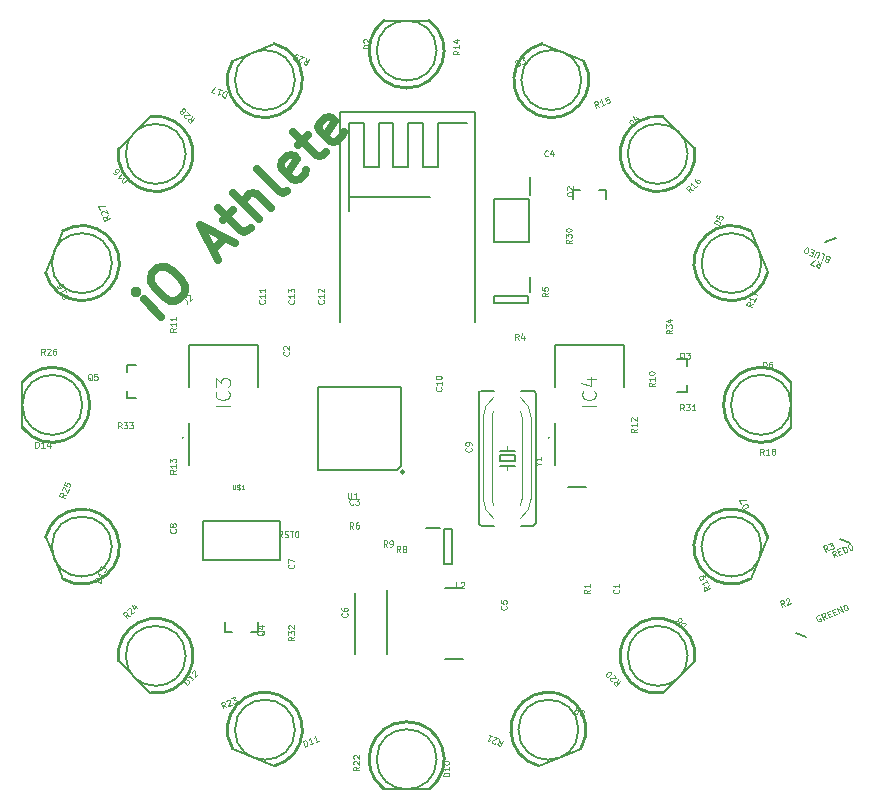
<source format=gbr>
%TF.GenerationSoftware,KiCad,Pcbnew,(6.0.4-0)*%
%TF.CreationDate,2022-11-18T01:13:12+01:00*%
%TF.ProjectId,iO_Atletehe_rev1,694f5f41-746c-4657-9465-68655f726576,rev?*%
%TF.SameCoordinates,Original*%
%TF.FileFunction,Legend,Top*%
%TF.FilePolarity,Positive*%
%FSLAX46Y46*%
G04 Gerber Fmt 4.6, Leading zero omitted, Abs format (unit mm)*
G04 Created by KiCad (PCBNEW (6.0.4-0)) date 2022-11-18 01:13:12*
%MOMM*%
%LPD*%
G01*
G04 APERTURE LIST*
%ADD10C,0.647700*%
%ADD11C,0.121920*%
%ADD12C,0.097536*%
%ADD13C,0.150000*%
%ADD14C,0.093472*%
%ADD15C,0.029911*%
%ADD16C,0.203200*%
%ADD17C,0.200000*%
%ADD18C,0.254000*%
%ADD19C,0.152400*%
%ADD20C,0.127000*%
%ADD21C,0.050800*%
G04 APERTURE END LIST*
D10*
X127724716Y-97567023D02*
X126233993Y-96076300D01*
X125488632Y-95330939D02*
X125488632Y-95543900D01*
X125701592Y-95543900D01*
X125701592Y-95330939D01*
X125488632Y-95330939D01*
X125701592Y-95543900D01*
X126979354Y-93840217D02*
X127405275Y-93414296D01*
X127724716Y-93307816D01*
X128150636Y-93307816D01*
X128683037Y-93627256D01*
X129428399Y-94372618D01*
X129747839Y-94905018D01*
X129747839Y-95330939D01*
X129641359Y-95650380D01*
X129215438Y-96076300D01*
X128895998Y-96182781D01*
X128470077Y-96182781D01*
X127937676Y-95863340D01*
X127192315Y-95117979D01*
X126872874Y-94585578D01*
X126872874Y-94159657D01*
X126979354Y-93840217D01*
X132090403Y-91923573D02*
X133155205Y-90858772D01*
X132516324Y-92775415D02*
X131025601Y-89793970D01*
X134007046Y-91284692D01*
X132942245Y-89368049D02*
X133794086Y-88516208D01*
X132516324Y-88303247D02*
X134432967Y-90219891D01*
X134752408Y-90326371D01*
X135071848Y-90219891D01*
X135284808Y-90006930D01*
X136030170Y-89261569D02*
X133794086Y-87025485D01*
X136988491Y-88303247D02*
X135817209Y-87131965D01*
X135497769Y-87025485D01*
X135178328Y-87131965D01*
X134858888Y-87451406D01*
X134752408Y-87770846D01*
X134752408Y-87983807D01*
X138372734Y-86919005D02*
X138053293Y-87025485D01*
X137733853Y-86919005D01*
X135817209Y-85002362D01*
X139969936Y-85108842D02*
X139863456Y-85428282D01*
X139437535Y-85854203D01*
X139118095Y-85960683D01*
X138798654Y-85854203D01*
X137946813Y-85002362D01*
X137840333Y-84682921D01*
X137946813Y-84363481D01*
X138372734Y-83937560D01*
X138692174Y-83831080D01*
X139011615Y-83937560D01*
X139224575Y-84150520D01*
X138372734Y-85428282D01*
X139331055Y-82979238D02*
X140182897Y-82127397D01*
X138905135Y-81914437D02*
X140821778Y-83831080D01*
X141141218Y-83937560D01*
X141460659Y-83831080D01*
X141673619Y-83618119D01*
X143164342Y-81914437D02*
X143057862Y-82233877D01*
X142631941Y-82659798D01*
X142312500Y-82766278D01*
X141993060Y-82659798D01*
X141141218Y-81807956D01*
X141034738Y-81488516D01*
X141141218Y-81169075D01*
X141567139Y-80743155D01*
X141886580Y-80636674D01*
X142206020Y-80743155D01*
X142418981Y-80956115D01*
X141567139Y-82233877D01*
D11*
%TO.C,R34*%
X170969577Y-98662308D02*
X170737348Y-98824868D01*
X170969577Y-98940982D02*
X170481897Y-98940982D01*
X170481897Y-98755200D01*
X170505120Y-98708754D01*
X170528342Y-98685531D01*
X170574788Y-98662308D01*
X170644457Y-98662308D01*
X170690902Y-98685531D01*
X170714125Y-98708754D01*
X170737348Y-98755200D01*
X170737348Y-98940982D01*
X170481897Y-98499748D02*
X170481897Y-98197851D01*
X170667680Y-98360411D01*
X170667680Y-98290742D01*
X170690902Y-98244297D01*
X170714125Y-98221074D01*
X170760571Y-98197851D01*
X170876685Y-98197851D01*
X170923131Y-98221074D01*
X170946354Y-98244297D01*
X170969577Y-98290742D01*
X170969577Y-98430080D01*
X170946354Y-98476525D01*
X170923131Y-98499748D01*
X170644457Y-97779840D02*
X170969577Y-97779840D01*
X170458674Y-97895954D02*
X170807017Y-98012068D01*
X170807017Y-97710171D01*
D12*
%TO.C,C2*%
X138501980Y-100515673D02*
X138526364Y-100540057D01*
X138550748Y-100613209D01*
X138550748Y-100661977D01*
X138526364Y-100735129D01*
X138477596Y-100783897D01*
X138428828Y-100808281D01*
X138331292Y-100832665D01*
X138258140Y-100832665D01*
X138160604Y-100808281D01*
X138111836Y-100783897D01*
X138063068Y-100735129D01*
X138038684Y-100661977D01*
X138038684Y-100613209D01*
X138063068Y-100540057D01*
X138087452Y-100515673D01*
X138087452Y-100320601D02*
X138063068Y-100296217D01*
X138038684Y-100247449D01*
X138038684Y-100125529D01*
X138063068Y-100076761D01*
X138087452Y-100052377D01*
X138136220Y-100027993D01*
X138184988Y-100027993D01*
X138258140Y-100052377D01*
X138550748Y-100344985D01*
X138550748Y-100027993D01*
%TO.C,R20*%
X166365766Y-128213043D02*
X166314040Y-128506158D01*
X166572671Y-128419948D02*
X166210588Y-128782032D01*
X166072651Y-128644095D01*
X166055409Y-128592369D01*
X166055409Y-128557884D01*
X166072651Y-128506158D01*
X166124377Y-128454432D01*
X166176103Y-128437190D01*
X166210588Y-128437190D01*
X166262314Y-128454432D01*
X166400251Y-128592369D01*
X165900230Y-128402706D02*
X165865746Y-128402706D01*
X165814019Y-128385464D01*
X165727809Y-128299253D01*
X165710567Y-128247527D01*
X165710567Y-128213043D01*
X165727809Y-128161316D01*
X165762293Y-128126832D01*
X165831262Y-128092348D01*
X166245072Y-128092348D01*
X166020925Y-127868201D01*
X165434693Y-128006138D02*
X165400209Y-127971653D01*
X165382967Y-127919927D01*
X165382967Y-127885443D01*
X165400209Y-127833717D01*
X165451936Y-127747506D01*
X165538146Y-127661296D01*
X165624356Y-127609569D01*
X165676083Y-127592327D01*
X165710567Y-127592327D01*
X165762293Y-127609569D01*
X165796777Y-127644054D01*
X165814019Y-127695780D01*
X165814019Y-127730264D01*
X165796777Y-127781990D01*
X165745051Y-127868201D01*
X165658841Y-127954411D01*
X165572630Y-128006138D01*
X165520904Y-128023380D01*
X165486420Y-128023380D01*
X165434693Y-128006138D01*
%TO.C,R1*%
X163994748Y-120652214D02*
X163750908Y-120822902D01*
X163994748Y-120944822D02*
X163482684Y-120944822D01*
X163482684Y-120749750D01*
X163507068Y-120700982D01*
X163531452Y-120676598D01*
X163580220Y-120652214D01*
X163653372Y-120652214D01*
X163702140Y-120676598D01*
X163726524Y-120700982D01*
X163750908Y-120749750D01*
X163750908Y-120944822D01*
X163994748Y-120164534D02*
X163994748Y-120457142D01*
X163994748Y-120310838D02*
X163482684Y-120310838D01*
X163555836Y-120359606D01*
X163604604Y-120408374D01*
X163628988Y-120457142D01*
%TO.C,U1*%
X143535493Y-112438184D02*
X143535493Y-112852712D01*
X143559877Y-112901480D01*
X143584261Y-112925864D01*
X143633029Y-112950248D01*
X143730565Y-112950248D01*
X143779333Y-112925864D01*
X143803717Y-112901480D01*
X143828101Y-112852712D01*
X143828101Y-112438184D01*
X144340165Y-112950248D02*
X144047557Y-112950248D01*
X144193861Y-112950248D02*
X144193861Y-112438184D01*
X144145093Y-112511336D01*
X144096325Y-112560104D01*
X144047557Y-112584488D01*
%TO.C,Q2*%
X162630516Y-86976905D02*
X162606132Y-87025673D01*
X162557364Y-87074441D01*
X162484212Y-87147593D01*
X162459828Y-87196361D01*
X162459828Y-87245129D01*
X162581748Y-87220745D02*
X162557364Y-87269513D01*
X162508596Y-87318281D01*
X162411060Y-87342665D01*
X162240372Y-87342665D01*
X162142836Y-87318281D01*
X162094068Y-87269513D01*
X162069684Y-87220745D01*
X162069684Y-87123209D01*
X162094068Y-87074441D01*
X162142836Y-87025673D01*
X162240372Y-87001289D01*
X162411060Y-87001289D01*
X162508596Y-87025673D01*
X162557364Y-87074441D01*
X162581748Y-87123209D01*
X162581748Y-87220745D01*
X162118452Y-86806217D02*
X162094068Y-86781833D01*
X162069684Y-86733065D01*
X162069684Y-86611145D01*
X162094068Y-86562377D01*
X162118452Y-86537993D01*
X162167220Y-86513609D01*
X162215988Y-86513609D01*
X162289140Y-86537993D01*
X162581748Y-86830601D01*
X162581748Y-86513609D01*
%TO.C,J2*%
X129651451Y-95981023D02*
X129910082Y-96239654D01*
X129944566Y-96308623D01*
X129944566Y-96377591D01*
X129910082Y-96446559D01*
X129875598Y-96481044D01*
X129841114Y-95860328D02*
X129841114Y-95825844D01*
X129858356Y-95774118D01*
X129944566Y-95687907D01*
X129996293Y-95670665D01*
X130030777Y-95670665D01*
X130082503Y-95687907D01*
X130116987Y-95722392D01*
X130151472Y-95791360D01*
X130151472Y-96205170D01*
X130375619Y-95981023D01*
%TO.C,R29*%
X139944204Y-75648297D02*
X140008586Y-75938895D01*
X140214538Y-75760273D02*
X140018580Y-76233359D01*
X139838357Y-76158708D01*
X139802633Y-76117517D01*
X139789436Y-76085658D01*
X139785571Y-76031271D01*
X139813565Y-75963687D01*
X139854756Y-75927963D01*
X139886615Y-75914767D01*
X139941002Y-75910901D01*
X140121225Y-75985552D01*
X139586685Y-76001676D02*
X139554826Y-76014873D01*
X139500439Y-76018738D01*
X139387799Y-75972081D01*
X139352075Y-75930890D01*
X139338879Y-75899031D01*
X139335013Y-75844644D01*
X139353676Y-75799588D01*
X139404198Y-75741336D01*
X139786509Y-75582978D01*
X139493646Y-75461670D01*
X139268368Y-75368357D02*
X139178256Y-75331031D01*
X139123869Y-75334896D01*
X139092010Y-75348093D01*
X139018960Y-75397014D01*
X138959107Y-75477794D01*
X138884456Y-75658017D01*
X138888321Y-75712404D01*
X138901517Y-75744263D01*
X138937242Y-75785454D01*
X139027353Y-75822779D01*
X139081741Y-75818914D01*
X139113600Y-75805718D01*
X139154790Y-75769993D01*
X139201447Y-75657354D01*
X139197582Y-75602967D01*
X139184385Y-75571107D01*
X139148661Y-75529917D01*
X139058549Y-75492591D01*
X139004162Y-75496457D01*
X138972303Y-75509653D01*
X138931113Y-75545378D01*
%TO.C,R22*%
X144494748Y-135639894D02*
X144250908Y-135810582D01*
X144494748Y-135932502D02*
X143982684Y-135932502D01*
X143982684Y-135737430D01*
X144007068Y-135688662D01*
X144031452Y-135664278D01*
X144080220Y-135639894D01*
X144153372Y-135639894D01*
X144202140Y-135664278D01*
X144226524Y-135688662D01*
X144250908Y-135737430D01*
X144250908Y-135932502D01*
X144031452Y-135444822D02*
X144007068Y-135420438D01*
X143982684Y-135371670D01*
X143982684Y-135249750D01*
X144007068Y-135200982D01*
X144031452Y-135176598D01*
X144080220Y-135152214D01*
X144128988Y-135152214D01*
X144202140Y-135176598D01*
X144494748Y-135469206D01*
X144494748Y-135152214D01*
X144031452Y-134957142D02*
X144007068Y-134932758D01*
X143982684Y-134883990D01*
X143982684Y-134762070D01*
X144007068Y-134713302D01*
X144031452Y-134688918D01*
X144080220Y-134664534D01*
X144128988Y-134664534D01*
X144202140Y-134688918D01*
X144494748Y-134981526D01*
X144494748Y-134664534D01*
%TO.C,D6*%
X178686418Y-101844348D02*
X178686418Y-101332284D01*
X178808338Y-101332284D01*
X178881490Y-101356668D01*
X178930258Y-101405436D01*
X178954642Y-101454204D01*
X178979026Y-101551740D01*
X178979026Y-101624892D01*
X178954642Y-101722428D01*
X178930258Y-101771196D01*
X178881490Y-101819964D01*
X178808338Y-101844348D01*
X178686418Y-101844348D01*
X179417938Y-101332284D02*
X179320402Y-101332284D01*
X179271634Y-101356668D01*
X179247250Y-101381052D01*
X179198482Y-101454204D01*
X179174098Y-101551740D01*
X179174098Y-101746812D01*
X179198482Y-101795580D01*
X179222866Y-101819964D01*
X179271634Y-101844348D01*
X179369170Y-101844348D01*
X179417938Y-101819964D01*
X179442322Y-101795580D01*
X179466706Y-101746812D01*
X179466706Y-101624892D01*
X179442322Y-101576124D01*
X179417938Y-101551740D01*
X179369170Y-101527356D01*
X179271634Y-101527356D01*
X179222866Y-101551740D01*
X179198482Y-101576124D01*
X179174098Y-101624892D01*
%TO.C,D8*%
X172181587Y-123561032D02*
X171819504Y-123923116D01*
X171733293Y-123836905D01*
X171698809Y-123767937D01*
X171698809Y-123698968D01*
X171716051Y-123647242D01*
X171767777Y-123561032D01*
X171819504Y-123509305D01*
X171905714Y-123457579D01*
X171957440Y-123440337D01*
X172026409Y-123440337D01*
X172095377Y-123474821D01*
X172181587Y-123561032D01*
X171560872Y-123354127D02*
X171578114Y-123405853D01*
X171578114Y-123440337D01*
X171560872Y-123492063D01*
X171543630Y-123509305D01*
X171491904Y-123526548D01*
X171457420Y-123526548D01*
X171405693Y-123509305D01*
X171336725Y-123440337D01*
X171319483Y-123388611D01*
X171319483Y-123354127D01*
X171336725Y-123302400D01*
X171353967Y-123285158D01*
X171405693Y-123267916D01*
X171440178Y-123267916D01*
X171491904Y-123285158D01*
X171560872Y-123354127D01*
X171612598Y-123371369D01*
X171647083Y-123371369D01*
X171698809Y-123354127D01*
X171767777Y-123285158D01*
X171785019Y-123233432D01*
X171785019Y-123198948D01*
X171767777Y-123147222D01*
X171698809Y-123078253D01*
X171647083Y-123061011D01*
X171612598Y-123061011D01*
X171560872Y-123078253D01*
X171491904Y-123147222D01*
X171474662Y-123198948D01*
X171474662Y-123233432D01*
X171491904Y-123285158D01*
%TO.C,D11*%
X139893740Y-133944340D02*
X139697782Y-133471255D01*
X139810421Y-133424598D01*
X139887336Y-133419132D01*
X139951055Y-133445525D01*
X139992245Y-133481249D01*
X140052099Y-133562029D01*
X140080093Y-133629613D01*
X140094890Y-133729056D01*
X140091025Y-133783443D01*
X140064632Y-133847161D01*
X140006380Y-133897683D01*
X139893740Y-133944340D01*
X140614632Y-133645737D02*
X140344298Y-133757713D01*
X140479465Y-133701725D02*
X140283507Y-133228639D01*
X140266445Y-133314886D01*
X140240052Y-133378604D01*
X140204328Y-133419795D01*
X141065190Y-133459110D02*
X140794855Y-133571086D01*
X140930023Y-133515098D02*
X140734064Y-133042012D01*
X140717003Y-133128259D01*
X140690609Y-133191977D01*
X140654885Y-133233168D01*
%TO.C,R32*%
X138994748Y-124639894D02*
X138750908Y-124810582D01*
X138994748Y-124932502D02*
X138482684Y-124932502D01*
X138482684Y-124737430D01*
X138507068Y-124688662D01*
X138531452Y-124664278D01*
X138580220Y-124639894D01*
X138653372Y-124639894D01*
X138702140Y-124664278D01*
X138726524Y-124688662D01*
X138750908Y-124737430D01*
X138750908Y-124932502D01*
X138482684Y-124469206D02*
X138482684Y-124152214D01*
X138677756Y-124322902D01*
X138677756Y-124249750D01*
X138702140Y-124200982D01*
X138726524Y-124176598D01*
X138775292Y-124152214D01*
X138897212Y-124152214D01*
X138945980Y-124176598D01*
X138970364Y-124200982D01*
X138994748Y-124249750D01*
X138994748Y-124396054D01*
X138970364Y-124444822D01*
X138945980Y-124469206D01*
X138531452Y-123957142D02*
X138507068Y-123932758D01*
X138482684Y-123883990D01*
X138482684Y-123762070D01*
X138507068Y-123713302D01*
X138531452Y-123688918D01*
X138580220Y-123664534D01*
X138628988Y-123664534D01*
X138702140Y-123688918D01*
X138994748Y-123981526D01*
X138994748Y-123664534D01*
%TO.C,R9*%
X146852485Y-116997248D02*
X146681797Y-116753408D01*
X146559877Y-116997248D02*
X146559877Y-116485184D01*
X146754949Y-116485184D01*
X146803717Y-116509568D01*
X146828101Y-116533952D01*
X146852485Y-116582720D01*
X146852485Y-116655872D01*
X146828101Y-116704640D01*
X146803717Y-116729024D01*
X146754949Y-116753408D01*
X146559877Y-116753408D01*
X147096325Y-116997248D02*
X147193861Y-116997248D01*
X147242629Y-116972864D01*
X147267013Y-116948480D01*
X147315781Y-116875328D01*
X147340165Y-116777792D01*
X147340165Y-116582720D01*
X147315781Y-116533952D01*
X147291397Y-116509568D01*
X147242629Y-116485184D01*
X147145093Y-116485184D01*
X147096325Y-116509568D01*
X147071941Y-116533952D01*
X147047557Y-116582720D01*
X147047557Y-116704640D01*
X147071941Y-116753408D01*
X147096325Y-116777792D01*
X147145093Y-116802176D01*
X147242629Y-116802176D01*
X147291397Y-116777792D01*
X147315781Y-116753408D01*
X147340165Y-116704640D01*
%TO.C,RST0*%
X137974661Y-116203748D02*
X137803973Y-115959908D01*
X137682053Y-116203748D02*
X137682053Y-115691684D01*
X137877125Y-115691684D01*
X137925893Y-115716068D01*
X137950277Y-115740452D01*
X137974661Y-115789220D01*
X137974661Y-115862372D01*
X137950277Y-115911140D01*
X137925893Y-115935524D01*
X137877125Y-115959908D01*
X137682053Y-115959908D01*
X138169733Y-116179364D02*
X138242885Y-116203748D01*
X138364805Y-116203748D01*
X138413573Y-116179364D01*
X138437957Y-116154980D01*
X138462341Y-116106212D01*
X138462341Y-116057444D01*
X138437957Y-116008676D01*
X138413573Y-115984292D01*
X138364805Y-115959908D01*
X138267269Y-115935524D01*
X138218501Y-115911140D01*
X138194117Y-115886756D01*
X138169733Y-115837988D01*
X138169733Y-115789220D01*
X138194117Y-115740452D01*
X138218501Y-115716068D01*
X138267269Y-115691684D01*
X138389189Y-115691684D01*
X138462341Y-115716068D01*
X138608645Y-115691684D02*
X138901253Y-115691684D01*
X138754949Y-116203748D02*
X138754949Y-115691684D01*
X139169477Y-115691684D02*
X139218245Y-115691684D01*
X139267013Y-115716068D01*
X139291397Y-115740452D01*
X139315781Y-115789220D01*
X139340165Y-115886756D01*
X139340165Y-116008676D01*
X139315781Y-116106212D01*
X139291397Y-116154980D01*
X139267013Y-116179364D01*
X139218245Y-116203748D01*
X139169477Y-116203748D01*
X139120709Y-116179364D01*
X139096325Y-116154980D01*
X139071941Y-116106212D01*
X139047557Y-116008676D01*
X139047557Y-115886756D01*
X139071941Y-115789220D01*
X139096325Y-115740452D01*
X139120709Y-115716068D01*
X139169477Y-115691684D01*
%TO.C,C9*%
X153945980Y-108652214D02*
X153970364Y-108676598D01*
X153994748Y-108749750D01*
X153994748Y-108798518D01*
X153970364Y-108871670D01*
X153921596Y-108920438D01*
X153872828Y-108944822D01*
X153775292Y-108969206D01*
X153702140Y-108969206D01*
X153604604Y-108944822D01*
X153555836Y-108920438D01*
X153507068Y-108871670D01*
X153482684Y-108798518D01*
X153482684Y-108749750D01*
X153507068Y-108676598D01*
X153531452Y-108652214D01*
X153994748Y-108408374D02*
X153994748Y-108310838D01*
X153970364Y-108262070D01*
X153945980Y-108237686D01*
X153872828Y-108188918D01*
X153775292Y-108164534D01*
X153580220Y-108164534D01*
X153531452Y-108188918D01*
X153507068Y-108213302D01*
X153482684Y-108262070D01*
X153482684Y-108359606D01*
X153507068Y-108408374D01*
X153531452Y-108432758D01*
X153580220Y-108457142D01*
X153702140Y-108457142D01*
X153750908Y-108432758D01*
X153775292Y-108408374D01*
X153799676Y-108359606D01*
X153799676Y-108262070D01*
X153775292Y-108213302D01*
X153750908Y-108188918D01*
X153702140Y-108164534D01*
%TO.C,R21*%
X156352194Y-133315087D02*
X156416576Y-133605685D01*
X156622528Y-133427063D02*
X156426570Y-133900149D01*
X156246347Y-133825498D01*
X156210623Y-133784307D01*
X156197426Y-133752448D01*
X156193561Y-133698061D01*
X156221555Y-133630477D01*
X156262746Y-133594753D01*
X156294605Y-133581557D01*
X156348992Y-133577691D01*
X156529215Y-133652342D01*
X155994675Y-133668466D02*
X155962816Y-133681663D01*
X155908429Y-133685528D01*
X155795789Y-133638871D01*
X155760065Y-133597680D01*
X155746869Y-133565821D01*
X155743003Y-133511434D01*
X155761666Y-133466378D01*
X155812188Y-133408126D01*
X156194499Y-133249768D01*
X155901636Y-133128460D01*
X155451079Y-132941833D02*
X155721413Y-133053809D01*
X155586246Y-132997821D02*
X155390288Y-133470907D01*
X155463337Y-133421986D01*
X155527056Y-133395593D01*
X155581443Y-133391727D01*
%TO.C,D12*%
X129943667Y-128684091D02*
X129581583Y-128322008D01*
X129667794Y-128235797D01*
X129736762Y-128201313D01*
X129805731Y-128201313D01*
X129857457Y-128218555D01*
X129943667Y-128270281D01*
X129995394Y-128322008D01*
X130047120Y-128408218D01*
X130064362Y-128459944D01*
X130064362Y-128528913D01*
X130029878Y-128597881D01*
X129943667Y-128684091D01*
X130495414Y-128132345D02*
X130288509Y-128339250D01*
X130391962Y-128235797D02*
X130029878Y-127873713D01*
X130047120Y-127959924D01*
X130047120Y-128028892D01*
X130029878Y-128080618D01*
X130305751Y-127666808D02*
X130305751Y-127632324D01*
X130322993Y-127580598D01*
X130409204Y-127494387D01*
X130460930Y-127477145D01*
X130495414Y-127477145D01*
X130547140Y-127494387D01*
X130581625Y-127528871D01*
X130616109Y-127597840D01*
X130616109Y-128011650D01*
X130840256Y-127787503D01*
%TO.C,R6*%
X143979026Y-115473248D02*
X143808338Y-115229408D01*
X143686418Y-115473248D02*
X143686418Y-114961184D01*
X143881490Y-114961184D01*
X143930258Y-114985568D01*
X143954642Y-115009952D01*
X143979026Y-115058720D01*
X143979026Y-115131872D01*
X143954642Y-115180640D01*
X143930258Y-115205024D01*
X143881490Y-115229408D01*
X143686418Y-115229408D01*
X144417938Y-114961184D02*
X144320402Y-114961184D01*
X144271634Y-114985568D01*
X144247250Y-115009952D01*
X144198482Y-115083104D01*
X144174098Y-115180640D01*
X144174098Y-115375712D01*
X144198482Y-115424480D01*
X144222866Y-115448864D01*
X144271634Y-115473248D01*
X144369170Y-115473248D01*
X144417938Y-115448864D01*
X144442322Y-115424480D01*
X144466706Y-115375712D01*
X144466706Y-115253792D01*
X144442322Y-115205024D01*
X144417938Y-115180640D01*
X144369170Y-115156256D01*
X144271634Y-115156256D01*
X144222866Y-115180640D01*
X144198482Y-115205024D01*
X144174098Y-115253792D01*
%TO.C,R5*%
X160470748Y-95525673D02*
X160226908Y-95696361D01*
X160470748Y-95818281D02*
X159958684Y-95818281D01*
X159958684Y-95623209D01*
X159983068Y-95574441D01*
X160007452Y-95550057D01*
X160056220Y-95525673D01*
X160129372Y-95525673D01*
X160178140Y-95550057D01*
X160202524Y-95574441D01*
X160226908Y-95623209D01*
X160226908Y-95818281D01*
X159958684Y-95062377D02*
X159958684Y-95306217D01*
X160202524Y-95330601D01*
X160178140Y-95306217D01*
X160153756Y-95257449D01*
X160153756Y-95135529D01*
X160178140Y-95086761D01*
X160202524Y-95062377D01*
X160251292Y-95037993D01*
X160373212Y-95037993D01*
X160421980Y-95062377D01*
X160446364Y-95086761D01*
X160470748Y-95135529D01*
X160470748Y-95257449D01*
X160446364Y-95306217D01*
X160421980Y-95330601D01*
%TO.C,RED0*%
X184944628Y-117791717D02*
X184693619Y-117631758D01*
X184674293Y-117903693D02*
X184478335Y-117430608D01*
X184658558Y-117355957D01*
X184712945Y-117359822D01*
X184744804Y-117373018D01*
X184785995Y-117408743D01*
X184813989Y-117476327D01*
X184810124Y-117530714D01*
X184796927Y-117562573D01*
X184761203Y-117603763D01*
X184580980Y-117678414D01*
X185044734Y-117459928D02*
X185202429Y-117394609D01*
X185372657Y-117614421D02*
X185147379Y-117707735D01*
X184951420Y-117234649D01*
X185176699Y-117141336D01*
X185575408Y-117530439D02*
X185379450Y-117057354D01*
X185492089Y-117010697D01*
X185569004Y-117005231D01*
X185632723Y-117031624D01*
X185673913Y-117067348D01*
X185733767Y-117148128D01*
X185761761Y-117215712D01*
X185776558Y-117315155D01*
X185772693Y-117369542D01*
X185746300Y-117433260D01*
X185688048Y-117483782D01*
X185575408Y-117530439D01*
X185942647Y-116824070D02*
X185987703Y-116805407D01*
X186042090Y-116809272D01*
X186073949Y-116822469D01*
X186115140Y-116858193D01*
X186174993Y-116938973D01*
X186221650Y-117051613D01*
X186236447Y-117151056D01*
X186232582Y-117205443D01*
X186219385Y-117237302D01*
X186183661Y-117278492D01*
X186138605Y-117297155D01*
X186084218Y-117293290D01*
X186052359Y-117280093D01*
X186011168Y-117244369D01*
X185951315Y-117163589D01*
X185904658Y-117050949D01*
X185889861Y-116951507D01*
X185893726Y-116897119D01*
X185906923Y-116865260D01*
X185942647Y-116824070D01*
%TO.C,R7*%
X183352194Y-92815087D02*
X183416576Y-93105685D01*
X183622528Y-92927063D02*
X183426570Y-93400149D01*
X183246347Y-93325498D01*
X183210623Y-93284307D01*
X183197426Y-93252448D01*
X183193561Y-93198061D01*
X183221555Y-93130477D01*
X183262746Y-93094753D01*
X183294605Y-93081557D01*
X183348992Y-93077691D01*
X183529215Y-93152342D01*
X182998540Y-93222853D02*
X182683150Y-93092214D01*
X183081859Y-92703111D01*
%TO.C,D16*%
X124886127Y-85856492D02*
X124524044Y-86218576D01*
X124437833Y-86132365D01*
X124403349Y-86063397D01*
X124403349Y-85994428D01*
X124420591Y-85942702D01*
X124472317Y-85856492D01*
X124524044Y-85804765D01*
X124610254Y-85753039D01*
X124661980Y-85735797D01*
X124730949Y-85735797D01*
X124799917Y-85770281D01*
X124886127Y-85856492D01*
X124334381Y-85304745D02*
X124541286Y-85511650D01*
X124437833Y-85408197D02*
X124075749Y-85770281D01*
X124161960Y-85753039D01*
X124230928Y-85753039D01*
X124282654Y-85770281D01*
X123661939Y-85356471D02*
X123730907Y-85425439D01*
X123782634Y-85442682D01*
X123817118Y-85442682D01*
X123903328Y-85425439D01*
X123989539Y-85373713D01*
X124127475Y-85235776D01*
X124144718Y-85184050D01*
X124144718Y-85149566D01*
X124127475Y-85097840D01*
X124058507Y-85028871D01*
X124006781Y-85011629D01*
X123972297Y-85011629D01*
X123920570Y-85028871D01*
X123834360Y-85115082D01*
X123817118Y-85166808D01*
X123817118Y-85201292D01*
X123834360Y-85253019D01*
X123903328Y-85321987D01*
X123955055Y-85339229D01*
X123989539Y-85339229D01*
X124041265Y-85321987D01*
%TO.C,R4*%
X157979026Y-99473248D02*
X157808338Y-99229408D01*
X157686418Y-99473248D02*
X157686418Y-98961184D01*
X157881490Y-98961184D01*
X157930258Y-98985568D01*
X157954642Y-99009952D01*
X157979026Y-99058720D01*
X157979026Y-99131872D01*
X157954642Y-99180640D01*
X157930258Y-99205024D01*
X157881490Y-99229408D01*
X157686418Y-99229408D01*
X158417938Y-99131872D02*
X158417938Y-99473248D01*
X158296018Y-98936800D02*
X158174098Y-99302560D01*
X158491090Y-99302560D01*
%TO.C,C10*%
X151421980Y-103525673D02*
X151446364Y-103550057D01*
X151470748Y-103623209D01*
X151470748Y-103671977D01*
X151446364Y-103745129D01*
X151397596Y-103793897D01*
X151348828Y-103818281D01*
X151251292Y-103842665D01*
X151178140Y-103842665D01*
X151080604Y-103818281D01*
X151031836Y-103793897D01*
X150983068Y-103745129D01*
X150958684Y-103671977D01*
X150958684Y-103623209D01*
X150983068Y-103550057D01*
X151007452Y-103525673D01*
X151470748Y-103037993D02*
X151470748Y-103330601D01*
X151470748Y-103184297D02*
X150958684Y-103184297D01*
X151031836Y-103233065D01*
X151080604Y-103281833D01*
X151104988Y-103330601D01*
X150958684Y-102721001D02*
X150958684Y-102672233D01*
X150983068Y-102623465D01*
X151007452Y-102599081D01*
X151056220Y-102574697D01*
X151153756Y-102550313D01*
X151275676Y-102550313D01*
X151373212Y-102574697D01*
X151421980Y-102599081D01*
X151446364Y-102623465D01*
X151470748Y-102672233D01*
X151470748Y-102721001D01*
X151446364Y-102769769D01*
X151421980Y-102794153D01*
X151373212Y-102818537D01*
X151275676Y-102842921D01*
X151153756Y-102842921D01*
X151056220Y-102818537D01*
X151007452Y-102794153D01*
X150983068Y-102769769D01*
X150958684Y-102721001D01*
%TO.C,R8*%
X147979026Y-117473248D02*
X147808338Y-117229408D01*
X147686418Y-117473248D02*
X147686418Y-116961184D01*
X147881490Y-116961184D01*
X147930258Y-116985568D01*
X147954642Y-117009952D01*
X147979026Y-117058720D01*
X147979026Y-117131872D01*
X147954642Y-117180640D01*
X147930258Y-117205024D01*
X147881490Y-117229408D01*
X147686418Y-117229408D01*
X148271634Y-117180640D02*
X148222866Y-117156256D01*
X148198482Y-117131872D01*
X148174098Y-117083104D01*
X148174098Y-117058720D01*
X148198482Y-117009952D01*
X148222866Y-116985568D01*
X148271634Y-116961184D01*
X148369170Y-116961184D01*
X148417938Y-116985568D01*
X148442322Y-117009952D01*
X148466706Y-117058720D01*
X148466706Y-117083104D01*
X148442322Y-117131872D01*
X148417938Y-117156256D01*
X148369170Y-117180640D01*
X148271634Y-117180640D01*
X148222866Y-117205024D01*
X148198482Y-117229408D01*
X148174098Y-117278176D01*
X148174098Y-117375712D01*
X148198482Y-117424480D01*
X148222866Y-117448864D01*
X148271634Y-117473248D01*
X148369170Y-117473248D01*
X148417938Y-117448864D01*
X148442322Y-117424480D01*
X148466706Y-117375712D01*
X148466706Y-117278176D01*
X148442322Y-117229408D01*
X148417938Y-117205024D01*
X148369170Y-117180640D01*
%TO.C,D7*%
X177441836Y-113610959D02*
X176968751Y-113806917D01*
X176922094Y-113694278D01*
X176916628Y-113617363D01*
X176943021Y-113553644D01*
X176978745Y-113512454D01*
X177059525Y-113452600D01*
X177127109Y-113424606D01*
X177226552Y-113409809D01*
X177280939Y-113413674D01*
X177344657Y-113440067D01*
X177395179Y-113498319D01*
X177441836Y-113610959D01*
X176791455Y-113378887D02*
X176660816Y-113063497D01*
X177217884Y-113070290D01*
%TO.C,R3*%
X184235287Y-117326327D02*
X183984278Y-117166368D01*
X183964952Y-117438303D02*
X183768994Y-116965218D01*
X183949217Y-116890567D01*
X184003604Y-116894432D01*
X184035463Y-116907628D01*
X184076654Y-116943353D01*
X184104648Y-117010937D01*
X184100783Y-117065324D01*
X184087586Y-117097183D01*
X184051862Y-117138373D01*
X183871639Y-117213024D01*
X184197024Y-116787922D02*
X184489886Y-116666614D01*
X184406842Y-116912157D01*
X184474425Y-116884163D01*
X184528812Y-116888028D01*
X184560672Y-116901224D01*
X184601862Y-116936949D01*
X184648519Y-117049588D01*
X184644654Y-117103975D01*
X184631457Y-117135835D01*
X184595733Y-117177025D01*
X184460566Y-117233013D01*
X184406178Y-117229148D01*
X184374319Y-117215952D01*
%TO.C,D13*%
X122583673Y-120053820D02*
X122110587Y-119857862D01*
X122157244Y-119745223D01*
X122207766Y-119686970D01*
X122271484Y-119660577D01*
X122325871Y-119656712D01*
X122425314Y-119671510D01*
X122492898Y-119699504D01*
X122573678Y-119759357D01*
X122609403Y-119800548D01*
X122635796Y-119864266D01*
X122630329Y-119941181D01*
X122583673Y-120053820D01*
X122882276Y-119332928D02*
X122770300Y-119603263D01*
X122826288Y-119468096D02*
X122353202Y-119272137D01*
X122402123Y-119345187D01*
X122428516Y-119408906D01*
X122432382Y-119463293D01*
X122474510Y-118979275D02*
X122595818Y-118686412D01*
X122710721Y-118918758D01*
X122738715Y-118851175D01*
X122779906Y-118815450D01*
X122811765Y-118802254D01*
X122866152Y-118798389D01*
X122978791Y-118845045D01*
X123014516Y-118886236D01*
X123027712Y-118918095D01*
X123031578Y-118972482D01*
X122975589Y-119107650D01*
X122934399Y-119143374D01*
X122902540Y-119156571D01*
%TO.C,R12*%
X167970748Y-107025673D02*
X167726908Y-107196361D01*
X167970748Y-107318281D02*
X167458684Y-107318281D01*
X167458684Y-107123209D01*
X167483068Y-107074441D01*
X167507452Y-107050057D01*
X167556220Y-107025673D01*
X167629372Y-107025673D01*
X167678140Y-107050057D01*
X167702524Y-107074441D01*
X167726908Y-107123209D01*
X167726908Y-107318281D01*
X167970748Y-106537993D02*
X167970748Y-106830601D01*
X167970748Y-106684297D02*
X167458684Y-106684297D01*
X167531836Y-106733065D01*
X167580604Y-106781833D01*
X167604988Y-106830601D01*
X167507452Y-106342921D02*
X167483068Y-106318537D01*
X167458684Y-106269769D01*
X167458684Y-106147849D01*
X167483068Y-106099081D01*
X167507452Y-106074697D01*
X167556220Y-106050313D01*
X167604988Y-106050313D01*
X167678140Y-106074697D01*
X167970748Y-106367305D01*
X167970748Y-106050313D01*
D13*
%TO.C,@HOLE0*%
D12*
%TO.C,C11*%
X136445980Y-96139894D02*
X136470364Y-96164278D01*
X136494748Y-96237430D01*
X136494748Y-96286198D01*
X136470364Y-96359350D01*
X136421596Y-96408118D01*
X136372828Y-96432502D01*
X136275292Y-96456886D01*
X136202140Y-96456886D01*
X136104604Y-96432502D01*
X136055836Y-96408118D01*
X136007068Y-96359350D01*
X135982684Y-96286198D01*
X135982684Y-96237430D01*
X136007068Y-96164278D01*
X136031452Y-96139894D01*
X136494748Y-95652214D02*
X136494748Y-95944822D01*
X136494748Y-95798518D02*
X135982684Y-95798518D01*
X136055836Y-95847286D01*
X136104604Y-95896054D01*
X136128988Y-95944822D01*
X136494748Y-95164534D02*
X136494748Y-95457142D01*
X136494748Y-95310838D02*
X135982684Y-95310838D01*
X136055836Y-95359606D01*
X136104604Y-95408374D01*
X136128988Y-95457142D01*
%TO.C,BLUE0*%
X184071529Y-92644161D02*
X184013277Y-92593639D01*
X184000081Y-92561779D01*
X183996215Y-92507392D01*
X184024210Y-92439809D01*
X184065400Y-92404084D01*
X184097259Y-92390888D01*
X184151646Y-92387023D01*
X184331869Y-92461673D01*
X184135911Y-92934759D01*
X183978216Y-92869439D01*
X183942492Y-92828249D01*
X183929295Y-92796390D01*
X183925430Y-92742002D01*
X183944093Y-92696947D01*
X183985283Y-92661222D01*
X184017142Y-92648026D01*
X184071529Y-92644161D01*
X184229225Y-92709480D01*
X183633505Y-92172401D02*
X183858784Y-92265715D01*
X183662826Y-92738800D01*
X183279852Y-92580167D02*
X183438485Y-92197193D01*
X183434620Y-92142806D01*
X183421423Y-92110947D01*
X183385699Y-92069757D01*
X183295587Y-92032431D01*
X183241200Y-92036296D01*
X183209341Y-92049493D01*
X183168150Y-92085217D01*
X183009517Y-92468191D01*
X182877552Y-92149599D02*
X182719857Y-92084279D01*
X182754918Y-91808479D02*
X182980197Y-91901792D01*
X182784238Y-92374878D01*
X182558960Y-92281564D01*
X182266097Y-92160257D02*
X182221041Y-92141594D01*
X182185317Y-92100403D01*
X182172120Y-92068544D01*
X182168255Y-92014157D01*
X182183053Y-91914714D01*
X182229710Y-91802075D01*
X182289563Y-91721294D01*
X182330753Y-91685570D01*
X182362613Y-91672374D01*
X182417000Y-91668508D01*
X182462056Y-91687171D01*
X182497780Y-91728362D01*
X182510976Y-91760221D01*
X182514842Y-91814608D01*
X182500044Y-91914051D01*
X182453387Y-92026690D01*
X182393534Y-92107470D01*
X182352343Y-92143195D01*
X182320484Y-92156391D01*
X182266097Y-92160257D01*
%TO.C,R23*%
X133235287Y-130576327D02*
X132984278Y-130416368D01*
X132964952Y-130688303D02*
X132768994Y-130215218D01*
X132949217Y-130140567D01*
X133003604Y-130144432D01*
X133035463Y-130157628D01*
X133076654Y-130193353D01*
X133104648Y-130260937D01*
X133100783Y-130315324D01*
X133087586Y-130347183D01*
X133051862Y-130388373D01*
X132871639Y-130463024D01*
X133238214Y-130073646D02*
X133251411Y-130041787D01*
X133287135Y-130000597D01*
X133399774Y-129953940D01*
X133454162Y-129957805D01*
X133486021Y-129971001D01*
X133527211Y-130006726D01*
X133545874Y-130051782D01*
X133551340Y-130128697D01*
X133392982Y-130511007D01*
X133685844Y-130389700D01*
X133647581Y-129851295D02*
X133940444Y-129729987D01*
X133857399Y-129975530D01*
X133924983Y-129947536D01*
X133979370Y-129951401D01*
X134011229Y-129964597D01*
X134052420Y-130000322D01*
X134099076Y-130112961D01*
X134095211Y-130167348D01*
X134082015Y-130199208D01*
X134046290Y-130240398D01*
X133911123Y-130296386D01*
X133856736Y-130292521D01*
X133824877Y-130279325D01*
D13*
%TO.C,@HOLE2*%
D12*
%TO.C,D17*%
X133285750Y-78516310D02*
X133089792Y-78989396D01*
X132977153Y-78942739D01*
X132918900Y-78892217D01*
X132892507Y-78828499D01*
X132888642Y-78774112D01*
X132903440Y-78674669D01*
X132931434Y-78607085D01*
X132991287Y-78526305D01*
X133032478Y-78490580D01*
X133096196Y-78464187D01*
X133173111Y-78469654D01*
X133285750Y-78516310D01*
X132564858Y-78217707D02*
X132835193Y-78329683D01*
X132700026Y-78273695D02*
X132504067Y-78746781D01*
X132577117Y-78697860D01*
X132640836Y-78671467D01*
X132695223Y-78667601D01*
X132211205Y-78625473D02*
X131895815Y-78494834D01*
X132294524Y-78105731D01*
%TO.C,D14*%
X117072197Y-108626148D02*
X117072197Y-108114084D01*
X117194117Y-108114084D01*
X117267269Y-108138468D01*
X117316037Y-108187236D01*
X117340421Y-108236004D01*
X117364805Y-108333540D01*
X117364805Y-108406692D01*
X117340421Y-108504228D01*
X117316037Y-108552996D01*
X117267269Y-108601764D01*
X117194117Y-108626148D01*
X117072197Y-108626148D01*
X117852485Y-108626148D02*
X117559877Y-108626148D01*
X117706181Y-108626148D02*
X117706181Y-108114084D01*
X117657413Y-108187236D01*
X117608645Y-108236004D01*
X117559877Y-108260388D01*
X118291397Y-108284772D02*
X118291397Y-108626148D01*
X118169477Y-108089700D02*
X118047557Y-108455460D01*
X118364549Y-108455460D01*
%TO.C,C8*%
X128921980Y-115525673D02*
X128946364Y-115550057D01*
X128970748Y-115623209D01*
X128970748Y-115671977D01*
X128946364Y-115745129D01*
X128897596Y-115793897D01*
X128848828Y-115818281D01*
X128751292Y-115842665D01*
X128678140Y-115842665D01*
X128580604Y-115818281D01*
X128531836Y-115793897D01*
X128483068Y-115745129D01*
X128458684Y-115671977D01*
X128458684Y-115623209D01*
X128483068Y-115550057D01*
X128507452Y-115525673D01*
X128678140Y-115233065D02*
X128653756Y-115281833D01*
X128629372Y-115306217D01*
X128580604Y-115330601D01*
X128556220Y-115330601D01*
X128507452Y-115306217D01*
X128483068Y-115281833D01*
X128458684Y-115233065D01*
X128458684Y-115135529D01*
X128483068Y-115086761D01*
X128507452Y-115062377D01*
X128556220Y-115037993D01*
X128580604Y-115037993D01*
X128629372Y-115062377D01*
X128653756Y-115086761D01*
X128678140Y-115135529D01*
X128678140Y-115233065D01*
X128702524Y-115281833D01*
X128726908Y-115306217D01*
X128775676Y-115330601D01*
X128873212Y-115330601D01*
X128921980Y-115306217D01*
X128946364Y-115281833D01*
X128970748Y-115233065D01*
X128970748Y-115135529D01*
X128946364Y-115086761D01*
X128921980Y-115062377D01*
X128873212Y-115037993D01*
X128775676Y-115037993D01*
X128726908Y-115062377D01*
X128702524Y-115086761D01*
X128678140Y-115135529D01*
%TO.C,Q5*%
X121876869Y-102935016D02*
X121828101Y-102910632D01*
X121779333Y-102861864D01*
X121706181Y-102788712D01*
X121657413Y-102764328D01*
X121608645Y-102764328D01*
X121633029Y-102886248D02*
X121584261Y-102861864D01*
X121535493Y-102813096D01*
X121511109Y-102715560D01*
X121511109Y-102544872D01*
X121535493Y-102447336D01*
X121584261Y-102398568D01*
X121633029Y-102374184D01*
X121730565Y-102374184D01*
X121779333Y-102398568D01*
X121828101Y-102447336D01*
X121852485Y-102544872D01*
X121852485Y-102715560D01*
X121828101Y-102813096D01*
X121779333Y-102861864D01*
X121730565Y-102886248D01*
X121633029Y-102886248D01*
X122315781Y-102374184D02*
X122071941Y-102374184D01*
X122047557Y-102618024D01*
X122071941Y-102593640D01*
X122120709Y-102569256D01*
X122242629Y-102569256D01*
X122291397Y-102593640D01*
X122315781Y-102618024D01*
X122340165Y-102666792D01*
X122340165Y-102788712D01*
X122315781Y-102837480D01*
X122291397Y-102861864D01*
X122242629Y-102886248D01*
X122120709Y-102886248D01*
X122071941Y-102861864D01*
X122047557Y-102837480D01*
%TO.C,Q3*%
X172027794Y-101133016D02*
X171979026Y-101108632D01*
X171930258Y-101059864D01*
X171857106Y-100986712D01*
X171808338Y-100962328D01*
X171759570Y-100962328D01*
X171783954Y-101084248D02*
X171735186Y-101059864D01*
X171686418Y-101011096D01*
X171662034Y-100913560D01*
X171662034Y-100742872D01*
X171686418Y-100645336D01*
X171735186Y-100596568D01*
X171783954Y-100572184D01*
X171881490Y-100572184D01*
X171930258Y-100596568D01*
X171979026Y-100645336D01*
X172003410Y-100742872D01*
X172003410Y-100913560D01*
X171979026Y-101011096D01*
X171930258Y-101059864D01*
X171881490Y-101084248D01*
X171783954Y-101084248D01*
X172174098Y-100572184D02*
X172491090Y-100572184D01*
X172320402Y-100767256D01*
X172393554Y-100767256D01*
X172442322Y-100791640D01*
X172466706Y-100816024D01*
X172491090Y-100864792D01*
X172491090Y-100986712D01*
X172466706Y-101035480D01*
X172442322Y-101059864D01*
X172393554Y-101084248D01*
X172247250Y-101084248D01*
X172198482Y-101059864D01*
X172174098Y-101035480D01*
%TO.C,C7*%
X138921980Y-118525673D02*
X138946364Y-118550057D01*
X138970748Y-118623209D01*
X138970748Y-118671977D01*
X138946364Y-118745129D01*
X138897596Y-118793897D01*
X138848828Y-118818281D01*
X138751292Y-118842665D01*
X138678140Y-118842665D01*
X138580604Y-118818281D01*
X138531836Y-118793897D01*
X138483068Y-118745129D01*
X138458684Y-118671977D01*
X138458684Y-118623209D01*
X138483068Y-118550057D01*
X138507452Y-118525673D01*
X138458684Y-118354985D02*
X138458684Y-118013609D01*
X138970748Y-118233065D01*
%TO.C,R33*%
X124364805Y-106997248D02*
X124194117Y-106753408D01*
X124072197Y-106997248D02*
X124072197Y-106485184D01*
X124267269Y-106485184D01*
X124316037Y-106509568D01*
X124340421Y-106533952D01*
X124364805Y-106582720D01*
X124364805Y-106655872D01*
X124340421Y-106704640D01*
X124316037Y-106729024D01*
X124267269Y-106753408D01*
X124072197Y-106753408D01*
X124535493Y-106485184D02*
X124852485Y-106485184D01*
X124681797Y-106680256D01*
X124754949Y-106680256D01*
X124803717Y-106704640D01*
X124828101Y-106729024D01*
X124852485Y-106777792D01*
X124852485Y-106899712D01*
X124828101Y-106948480D01*
X124803717Y-106972864D01*
X124754949Y-106997248D01*
X124608645Y-106997248D01*
X124559877Y-106972864D01*
X124535493Y-106948480D01*
X125023173Y-106485184D02*
X125340165Y-106485184D01*
X125169477Y-106680256D01*
X125242629Y-106680256D01*
X125291397Y-106704640D01*
X125315781Y-106729024D01*
X125340165Y-106777792D01*
X125340165Y-106899712D01*
X125315781Y-106948480D01*
X125291397Y-106972864D01*
X125242629Y-106997248D01*
X125096325Y-106997248D01*
X125047557Y-106972864D01*
X125023173Y-106948480D01*
%TO.C,D15*%
X119846552Y-95876525D02*
X119373467Y-96072483D01*
X119326810Y-95959844D01*
X119321344Y-95882929D01*
X119347737Y-95819210D01*
X119383461Y-95778020D01*
X119464241Y-95718166D01*
X119531825Y-95690172D01*
X119631268Y-95675375D01*
X119685655Y-95679240D01*
X119749373Y-95705633D01*
X119799895Y-95763885D01*
X119846552Y-95876525D01*
X119547949Y-95155633D02*
X119659925Y-95425967D01*
X119603937Y-95290800D02*
X119130851Y-95486758D01*
X119217098Y-95503820D01*
X119280816Y-95530213D01*
X119322007Y-95565937D01*
X118897568Y-94923561D02*
X118990881Y-95148840D01*
X119225491Y-95078055D01*
X119193632Y-95064858D01*
X119152441Y-95029134D01*
X119105785Y-94916494D01*
X119109650Y-94862107D01*
X119122846Y-94830248D01*
X119158571Y-94789057D01*
X119271210Y-94742401D01*
X119325597Y-94746266D01*
X119357457Y-94759462D01*
X119398647Y-94795187D01*
X119445304Y-94907826D01*
X119441439Y-94962213D01*
X119428242Y-94994072D01*
D14*
%TO.C,IC4*%
X164518338Y-105094717D02*
X163341810Y-105094717D01*
X164406288Y-103862164D02*
X164462313Y-103918189D01*
X164518338Y-104086264D01*
X164518338Y-104198315D01*
X164462313Y-104366390D01*
X164350263Y-104478440D01*
X164238213Y-104534466D01*
X164014112Y-104590491D01*
X163846037Y-104590491D01*
X163621936Y-104534466D01*
X163509886Y-104478440D01*
X163397836Y-104366390D01*
X163341810Y-104198315D01*
X163341810Y-104086264D01*
X163397836Y-103918189D01*
X163453861Y-103862164D01*
X163733986Y-102853711D02*
X164518338Y-102853711D01*
X163285785Y-103133837D02*
X164126162Y-103413963D01*
X164126162Y-102685636D01*
D12*
%TO.C,D3*%
X157878174Y-76349056D02*
X157682216Y-75875971D01*
X157794855Y-75829314D01*
X157871770Y-75823848D01*
X157935489Y-75850241D01*
X157976679Y-75885965D01*
X158036533Y-75966745D01*
X158064527Y-76034329D01*
X158079324Y-76133772D01*
X158075459Y-76188159D01*
X158049066Y-76251877D01*
X157990814Y-76302399D01*
X157878174Y-76349056D01*
X158110246Y-75698675D02*
X158403108Y-75577367D01*
X158320064Y-75822910D01*
X158387647Y-75794916D01*
X158442034Y-75798781D01*
X158473894Y-75811977D01*
X158515084Y-75847702D01*
X158561741Y-75960341D01*
X158557876Y-76014728D01*
X158544679Y-76046588D01*
X158508955Y-76087778D01*
X158373788Y-76143766D01*
X158319400Y-76139901D01*
X158287541Y-76126705D01*
%TO.C,R28*%
X130288138Y-80540671D02*
X130236412Y-80833786D01*
X130495043Y-80747576D02*
X130132960Y-81109660D01*
X129995023Y-80971723D01*
X129977781Y-80919997D01*
X129977781Y-80885512D01*
X129995023Y-80833786D01*
X130046749Y-80782060D01*
X130098475Y-80764818D01*
X130132960Y-80764818D01*
X130184686Y-80782060D01*
X130322623Y-80919997D01*
X129822602Y-80730334D02*
X129788118Y-80730334D01*
X129736391Y-80713092D01*
X129650181Y-80626881D01*
X129632939Y-80575155D01*
X129632939Y-80540671D01*
X129650181Y-80488944D01*
X129684665Y-80454460D01*
X129753634Y-80419976D01*
X130167444Y-80419976D01*
X129943297Y-80195829D01*
X129529486Y-80195829D02*
X129546728Y-80247555D01*
X129546728Y-80282039D01*
X129529486Y-80333766D01*
X129512244Y-80351008D01*
X129460518Y-80368250D01*
X129426034Y-80368250D01*
X129374308Y-80351008D01*
X129305339Y-80282039D01*
X129288097Y-80230313D01*
X129288097Y-80195829D01*
X129305339Y-80144103D01*
X129322581Y-80126860D01*
X129374308Y-80109618D01*
X129408792Y-80109618D01*
X129460518Y-80126860D01*
X129529486Y-80195829D01*
X129581213Y-80213071D01*
X129615697Y-80213071D01*
X129667423Y-80195829D01*
X129736391Y-80126860D01*
X129753634Y-80075134D01*
X129753634Y-80040650D01*
X129736391Y-79988924D01*
X129667423Y-79919955D01*
X129615697Y-79902713D01*
X129581213Y-79902713D01*
X129529486Y-79919955D01*
X129460518Y-79988924D01*
X129443276Y-80040650D01*
X129443276Y-80075134D01*
X129460518Y-80126860D01*
%TO.C,R26*%
X117864805Y-100747248D02*
X117694117Y-100503408D01*
X117572197Y-100747248D02*
X117572197Y-100235184D01*
X117767269Y-100235184D01*
X117816037Y-100259568D01*
X117840421Y-100283952D01*
X117864805Y-100332720D01*
X117864805Y-100405872D01*
X117840421Y-100454640D01*
X117816037Y-100479024D01*
X117767269Y-100503408D01*
X117572197Y-100503408D01*
X118059877Y-100283952D02*
X118084261Y-100259568D01*
X118133029Y-100235184D01*
X118254949Y-100235184D01*
X118303717Y-100259568D01*
X118328101Y-100283952D01*
X118352485Y-100332720D01*
X118352485Y-100381488D01*
X118328101Y-100454640D01*
X118035493Y-100747248D01*
X118352485Y-100747248D01*
X118791397Y-100235184D02*
X118693861Y-100235184D01*
X118645093Y-100259568D01*
X118620709Y-100283952D01*
X118571941Y-100357104D01*
X118547557Y-100454640D01*
X118547557Y-100649712D01*
X118571941Y-100698480D01*
X118596325Y-100722864D01*
X118645093Y-100747248D01*
X118742629Y-100747248D01*
X118791397Y-100722864D01*
X118815781Y-100698480D01*
X118840165Y-100649712D01*
X118840165Y-100527792D01*
X118815781Y-100479024D01*
X118791397Y-100454640D01*
X118742629Y-100430256D01*
X118645093Y-100430256D01*
X118596325Y-100454640D01*
X118571941Y-100479024D01*
X118547557Y-100527792D01*
%TO.C,R19*%
X174073823Y-120269412D02*
X173913864Y-120520421D01*
X174185799Y-120539747D02*
X173712714Y-120735705D01*
X173638063Y-120555482D01*
X173641928Y-120501095D01*
X173655124Y-120469236D01*
X173690849Y-120428045D01*
X173758433Y-120400051D01*
X173812820Y-120403916D01*
X173844679Y-120417113D01*
X173885869Y-120452837D01*
X173960520Y-120633060D01*
X173887196Y-119818855D02*
X173999172Y-120089189D01*
X173943184Y-119954022D02*
X173470098Y-120149980D01*
X173556345Y-120167042D01*
X173620063Y-120193435D01*
X173661254Y-120229159D01*
X173793882Y-119593576D02*
X173756557Y-119503464D01*
X173715366Y-119467740D01*
X173683507Y-119454543D01*
X173597261Y-119437482D01*
X173497818Y-119452279D01*
X173317595Y-119526930D01*
X173281870Y-119568121D01*
X173268674Y-119599980D01*
X173264809Y-119654367D01*
X173302134Y-119744479D01*
X173343325Y-119780203D01*
X173375184Y-119793399D01*
X173429571Y-119797265D01*
X173542210Y-119750608D01*
X173577935Y-119709417D01*
X173591131Y-119677558D01*
X173594997Y-119623171D01*
X173557671Y-119533059D01*
X173516481Y-119497335D01*
X173484621Y-119484138D01*
X173430234Y-119480273D01*
%TO.C,R15*%
X164827297Y-79743117D02*
X164576288Y-79583158D01*
X164556962Y-79855093D02*
X164361004Y-79382008D01*
X164541227Y-79307357D01*
X164595614Y-79311222D01*
X164627473Y-79324418D01*
X164668664Y-79360143D01*
X164696658Y-79427727D01*
X164692793Y-79482114D01*
X164679596Y-79513973D01*
X164643872Y-79555163D01*
X164463649Y-79629814D01*
X165277854Y-79556490D02*
X165007520Y-79668466D01*
X165142687Y-79612478D02*
X164946729Y-79139392D01*
X164929667Y-79225639D01*
X164903274Y-79289357D01*
X164867550Y-79330548D01*
X165509926Y-78906109D02*
X165284647Y-78999422D01*
X165355432Y-79234032D01*
X165368629Y-79202173D01*
X165404353Y-79160982D01*
X165516993Y-79114326D01*
X165571380Y-79118191D01*
X165603239Y-79131387D01*
X165644430Y-79167112D01*
X165691086Y-79279751D01*
X165687221Y-79334138D01*
X165674025Y-79365998D01*
X165638300Y-79407188D01*
X165525661Y-79453845D01*
X165471274Y-79449980D01*
X165439415Y-79436783D01*
%TO.C,R10*%
X169494748Y-103139894D02*
X169250908Y-103310582D01*
X169494748Y-103432502D02*
X168982684Y-103432502D01*
X168982684Y-103237430D01*
X169007068Y-103188662D01*
X169031452Y-103164278D01*
X169080220Y-103139894D01*
X169153372Y-103139894D01*
X169202140Y-103164278D01*
X169226524Y-103188662D01*
X169250908Y-103237430D01*
X169250908Y-103432502D01*
X169494748Y-102652214D02*
X169494748Y-102944822D01*
X169494748Y-102798518D02*
X168982684Y-102798518D01*
X169055836Y-102847286D01*
X169104604Y-102896054D01*
X169128988Y-102944822D01*
X168982684Y-102335222D02*
X168982684Y-102286454D01*
X169007068Y-102237686D01*
X169031452Y-102213302D01*
X169080220Y-102188918D01*
X169177756Y-102164534D01*
X169299676Y-102164534D01*
X169397212Y-102188918D01*
X169445980Y-102213302D01*
X169470364Y-102237686D01*
X169494748Y-102286454D01*
X169494748Y-102335222D01*
X169470364Y-102383990D01*
X169445980Y-102408374D01*
X169397212Y-102432758D01*
X169299676Y-102457142D01*
X169177756Y-102457142D01*
X169080220Y-102432758D01*
X169031452Y-102408374D01*
X169007068Y-102383990D01*
X168982684Y-102335222D01*
%TO.C,D10*%
X152123648Y-136432502D02*
X151611584Y-136432502D01*
X151611584Y-136310582D01*
X151635968Y-136237430D01*
X151684736Y-136188662D01*
X151733504Y-136164278D01*
X151831040Y-136139894D01*
X151904192Y-136139894D01*
X152001728Y-136164278D01*
X152050496Y-136188662D01*
X152099264Y-136237430D01*
X152123648Y-136310582D01*
X152123648Y-136432502D01*
X152123648Y-135652214D02*
X152123648Y-135944822D01*
X152123648Y-135798518D02*
X151611584Y-135798518D01*
X151684736Y-135847286D01*
X151733504Y-135896054D01*
X151757888Y-135944822D01*
X151611584Y-135335222D02*
X151611584Y-135286454D01*
X151635968Y-135237686D01*
X151660352Y-135213302D01*
X151709120Y-135188918D01*
X151806656Y-135164534D01*
X151928576Y-135164534D01*
X152026112Y-135188918D01*
X152074880Y-135213302D01*
X152099264Y-135237686D01*
X152123648Y-135286454D01*
X152123648Y-135335222D01*
X152099264Y-135383990D01*
X152074880Y-135408374D01*
X152026112Y-135432758D01*
X151928576Y-135457142D01*
X151806656Y-135457142D01*
X151709120Y-135432758D01*
X151660352Y-135408374D01*
X151635968Y-135383990D01*
X151611584Y-135335222D01*
%TO.C,D4*%
X167648207Y-81388631D02*
X167286123Y-81026548D01*
X167372334Y-80940337D01*
X167441302Y-80905853D01*
X167510271Y-80905853D01*
X167561997Y-80923095D01*
X167648207Y-80974821D01*
X167699934Y-81026548D01*
X167751660Y-81112758D01*
X167768902Y-81164484D01*
X167768902Y-81233453D01*
X167734418Y-81302421D01*
X167648207Y-81388631D01*
X167924081Y-80629979D02*
X168165470Y-80871369D01*
X167699934Y-80578253D02*
X167872354Y-80923095D01*
X168096502Y-80698948D01*
%TO.C,R18*%
X178729026Y-109223248D02*
X178558338Y-108979408D01*
X178436418Y-109223248D02*
X178436418Y-108711184D01*
X178631490Y-108711184D01*
X178680258Y-108735568D01*
X178704642Y-108759952D01*
X178729026Y-108808720D01*
X178729026Y-108881872D01*
X178704642Y-108930640D01*
X178680258Y-108955024D01*
X178631490Y-108979408D01*
X178436418Y-108979408D01*
X179216706Y-109223248D02*
X178924098Y-109223248D01*
X179070402Y-109223248D02*
X179070402Y-108711184D01*
X179021634Y-108784336D01*
X178972866Y-108833104D01*
X178924098Y-108857488D01*
X179509314Y-108930640D02*
X179460546Y-108906256D01*
X179436162Y-108881872D01*
X179411778Y-108833104D01*
X179411778Y-108808720D01*
X179436162Y-108759952D01*
X179460546Y-108735568D01*
X179509314Y-108711184D01*
X179606850Y-108711184D01*
X179655618Y-108735568D01*
X179680002Y-108759952D01*
X179704386Y-108808720D01*
X179704386Y-108833104D01*
X179680002Y-108881872D01*
X179655618Y-108906256D01*
X179606850Y-108930640D01*
X179509314Y-108930640D01*
X179460546Y-108955024D01*
X179436162Y-108979408D01*
X179411778Y-109028176D01*
X179411778Y-109125712D01*
X179436162Y-109174480D01*
X179460546Y-109198864D01*
X179509314Y-109223248D01*
X179606850Y-109223248D01*
X179655618Y-109198864D01*
X179680002Y-109174480D01*
X179704386Y-109125712D01*
X179704386Y-109028176D01*
X179680002Y-108979408D01*
X179655618Y-108955024D01*
X179606850Y-108930640D01*
%TO.C,R24*%
X125041656Y-122868270D02*
X124748541Y-122816544D01*
X124834751Y-123075175D02*
X124472667Y-122713092D01*
X124610604Y-122575155D01*
X124662330Y-122557913D01*
X124696815Y-122557913D01*
X124748541Y-122575155D01*
X124800267Y-122626881D01*
X124817509Y-122678607D01*
X124817509Y-122713092D01*
X124800267Y-122764818D01*
X124662330Y-122902755D01*
X124851993Y-122402734D02*
X124851993Y-122368250D01*
X124869235Y-122316523D01*
X124955446Y-122230313D01*
X125007172Y-122213071D01*
X125041656Y-122213071D01*
X125093383Y-122230313D01*
X125127867Y-122264797D01*
X125162351Y-122333766D01*
X125162351Y-122747576D01*
X125386498Y-122523429D01*
X125455467Y-121971682D02*
X125696856Y-122213071D01*
X125231319Y-121919955D02*
X125403740Y-122264797D01*
X125627887Y-122040650D01*
%TO.C,R17*%
X177856402Y-96446708D02*
X177565804Y-96511090D01*
X177744426Y-96717042D02*
X177271340Y-96521084D01*
X177345991Y-96340861D01*
X177387182Y-96305137D01*
X177419041Y-96291940D01*
X177473428Y-96288075D01*
X177541012Y-96316069D01*
X177576736Y-96357260D01*
X177589932Y-96389119D01*
X177593798Y-96443506D01*
X177519147Y-96623729D01*
X178043029Y-95996150D02*
X177931053Y-96266485D01*
X177987041Y-96131318D02*
X177513955Y-95935359D01*
X177562876Y-96008409D01*
X177589269Y-96072128D01*
X177593135Y-96126515D01*
X177635263Y-95642497D02*
X177765902Y-95327107D01*
X178155005Y-95725816D01*
%TO.C,C5*%
X156921980Y-122025673D02*
X156946364Y-122050057D01*
X156970748Y-122123209D01*
X156970748Y-122171977D01*
X156946364Y-122245129D01*
X156897596Y-122293897D01*
X156848828Y-122318281D01*
X156751292Y-122342665D01*
X156678140Y-122342665D01*
X156580604Y-122318281D01*
X156531836Y-122293897D01*
X156483068Y-122245129D01*
X156458684Y-122171977D01*
X156458684Y-122123209D01*
X156483068Y-122050057D01*
X156507452Y-122025673D01*
X156458684Y-121562377D02*
X156458684Y-121806217D01*
X156702524Y-121830601D01*
X156678140Y-121806217D01*
X156653756Y-121757449D01*
X156653756Y-121635529D01*
X156678140Y-121586761D01*
X156702524Y-121562377D01*
X156751292Y-121537993D01*
X156873212Y-121537993D01*
X156921980Y-121562377D01*
X156946364Y-121586761D01*
X156970748Y-121635529D01*
X156970748Y-121757449D01*
X156946364Y-121806217D01*
X156921980Y-121830601D01*
%TO.C,L2*%
X152930258Y-120512248D02*
X152686418Y-120512248D01*
X152686418Y-120000184D01*
X153076562Y-120048952D02*
X153100946Y-120024568D01*
X153149714Y-120000184D01*
X153271634Y-120000184D01*
X153320402Y-120024568D01*
X153344786Y-120048952D01*
X153369170Y-120097720D01*
X153369170Y-120146488D01*
X153344786Y-120219640D01*
X153052178Y-120512248D01*
X153369170Y-120512248D01*
%TO.C,GREEN0*%
X183408801Y-122836501D02*
X183354414Y-122832635D01*
X183286830Y-122860629D01*
X183228578Y-122911151D01*
X183202185Y-122974870D01*
X183198320Y-123029257D01*
X183213117Y-123128700D01*
X183241111Y-123196284D01*
X183300964Y-123277064D01*
X183342155Y-123312788D01*
X183405874Y-123339181D01*
X183482788Y-123333715D01*
X183527844Y-123315052D01*
X183586097Y-123264530D01*
X183599293Y-123232671D01*
X183533974Y-123074976D01*
X183443862Y-123112301D01*
X184091041Y-123081768D02*
X183840033Y-122921809D01*
X183820707Y-123193745D02*
X183624748Y-122720659D01*
X183804971Y-122646008D01*
X183859358Y-122649874D01*
X183891218Y-122663070D01*
X183932408Y-122698794D01*
X183960402Y-122766378D01*
X183956537Y-122820765D01*
X183943341Y-122852624D01*
X183907616Y-122893815D01*
X183727393Y-122968466D01*
X184191147Y-122749980D02*
X184348842Y-122684660D01*
X184519071Y-122904473D02*
X184293792Y-122997786D01*
X184097834Y-122524701D01*
X184323113Y-122431387D01*
X184619177Y-122572684D02*
X184776872Y-122507364D01*
X184947101Y-122727177D02*
X184721822Y-122820491D01*
X184525863Y-122347405D01*
X184751142Y-122254092D01*
X185149852Y-122643195D02*
X184953893Y-122170109D01*
X185420186Y-122531219D01*
X185224228Y-122058133D01*
X185539618Y-121927494D02*
X185584674Y-121908832D01*
X185639061Y-121912697D01*
X185670920Y-121925893D01*
X185712111Y-121961618D01*
X185771964Y-122042398D01*
X185818621Y-122155037D01*
X185833418Y-122254480D01*
X185829553Y-122308867D01*
X185816357Y-122340726D01*
X185780632Y-122381917D01*
X185735576Y-122400580D01*
X185681189Y-122396714D01*
X185649330Y-122383518D01*
X185608139Y-122347794D01*
X185548286Y-122267013D01*
X185501629Y-122154374D01*
X185486832Y-122054931D01*
X185490697Y-122000544D01*
X185503894Y-121968685D01*
X185539618Y-121927494D01*
%TO.C,C1*%
X166445980Y-120652214D02*
X166470364Y-120676598D01*
X166494748Y-120749750D01*
X166494748Y-120798518D01*
X166470364Y-120871670D01*
X166421596Y-120920438D01*
X166372828Y-120944822D01*
X166275292Y-120969206D01*
X166202140Y-120969206D01*
X166104604Y-120944822D01*
X166055836Y-120920438D01*
X166007068Y-120871670D01*
X165982684Y-120798518D01*
X165982684Y-120749750D01*
X166007068Y-120676598D01*
X166031452Y-120652214D01*
X166494748Y-120164534D02*
X166494748Y-120457142D01*
X166494748Y-120310838D02*
X165982684Y-120310838D01*
X166055836Y-120359606D01*
X166104604Y-120408374D01*
X166128988Y-120457142D01*
%TO.C,Y1*%
X159655908Y-110020134D02*
X159899748Y-110020134D01*
X159387684Y-110190822D02*
X159655908Y-110020134D01*
X159387684Y-109849446D01*
X159899748Y-109410534D02*
X159899748Y-109703142D01*
X159899748Y-109556838D02*
X159387684Y-109556838D01*
X159460836Y-109605606D01*
X159509604Y-109654374D01*
X159533988Y-109703142D01*
D13*
%TO.C,@HOLE3*%
D12*
%TO.C,C3*%
X143979026Y-113424480D02*
X143954642Y-113448864D01*
X143881490Y-113473248D01*
X143832722Y-113473248D01*
X143759570Y-113448864D01*
X143710802Y-113400096D01*
X143686418Y-113351328D01*
X143662034Y-113253792D01*
X143662034Y-113180640D01*
X143686418Y-113083104D01*
X143710802Y-113034336D01*
X143759570Y-112985568D01*
X143832722Y-112961184D01*
X143881490Y-112961184D01*
X143954642Y-112985568D01*
X143979026Y-113009952D01*
X144149714Y-112961184D02*
X144466706Y-112961184D01*
X144296018Y-113156256D01*
X144369170Y-113156256D01*
X144417938Y-113180640D01*
X144442322Y-113205024D01*
X144466706Y-113253792D01*
X144466706Y-113375712D01*
X144442322Y-113424480D01*
X144417938Y-113448864D01*
X144369170Y-113473248D01*
X144222866Y-113473248D01*
X144174098Y-113448864D01*
X144149714Y-113424480D01*
%TO.C,Q4*%
X136432516Y-124127830D02*
X136408132Y-124176598D01*
X136359364Y-124225366D01*
X136286212Y-124298518D01*
X136261828Y-124347286D01*
X136261828Y-124396054D01*
X136383748Y-124371670D02*
X136359364Y-124420438D01*
X136310596Y-124469206D01*
X136213060Y-124493590D01*
X136042372Y-124493590D01*
X135944836Y-124469206D01*
X135896068Y-124420438D01*
X135871684Y-124371670D01*
X135871684Y-124274134D01*
X135896068Y-124225366D01*
X135944836Y-124176598D01*
X136042372Y-124152214D01*
X136213060Y-124152214D01*
X136310596Y-124176598D01*
X136359364Y-124225366D01*
X136383748Y-124274134D01*
X136383748Y-124371670D01*
X136042372Y-123713302D02*
X136383748Y-123713302D01*
X135847300Y-123835222D02*
X136213060Y-123957142D01*
X136213060Y-123640150D01*
%TO.C,C13*%
X138945980Y-96139894D02*
X138970364Y-96164278D01*
X138994748Y-96237430D01*
X138994748Y-96286198D01*
X138970364Y-96359350D01*
X138921596Y-96408118D01*
X138872828Y-96432502D01*
X138775292Y-96456886D01*
X138702140Y-96456886D01*
X138604604Y-96432502D01*
X138555836Y-96408118D01*
X138507068Y-96359350D01*
X138482684Y-96286198D01*
X138482684Y-96237430D01*
X138507068Y-96164278D01*
X138531452Y-96139894D01*
X138994748Y-95652214D02*
X138994748Y-95944822D01*
X138994748Y-95798518D02*
X138482684Y-95798518D01*
X138555836Y-95847286D01*
X138604604Y-95896054D01*
X138628988Y-95944822D01*
X138482684Y-95481526D02*
X138482684Y-95164534D01*
X138677756Y-95335222D01*
X138677756Y-95262070D01*
X138702140Y-95213302D01*
X138726524Y-95188918D01*
X138775292Y-95164534D01*
X138897212Y-95164534D01*
X138945980Y-95188918D01*
X138970364Y-95213302D01*
X138994748Y-95262070D01*
X138994748Y-95408374D01*
X138970364Y-95457142D01*
X138945980Y-95481526D01*
%TO.C,R13*%
X128970748Y-110525673D02*
X128726908Y-110696361D01*
X128970748Y-110818281D02*
X128458684Y-110818281D01*
X128458684Y-110623209D01*
X128483068Y-110574441D01*
X128507452Y-110550057D01*
X128556220Y-110525673D01*
X128629372Y-110525673D01*
X128678140Y-110550057D01*
X128702524Y-110574441D01*
X128726908Y-110623209D01*
X128726908Y-110818281D01*
X128970748Y-110037993D02*
X128970748Y-110330601D01*
X128970748Y-110184297D02*
X128458684Y-110184297D01*
X128531836Y-110233065D01*
X128580604Y-110281833D01*
X128604988Y-110330601D01*
X128458684Y-109867305D02*
X128458684Y-109550313D01*
X128653756Y-109721001D01*
X128653756Y-109647849D01*
X128678140Y-109599081D01*
X128702524Y-109574697D01*
X128751292Y-109550313D01*
X128873212Y-109550313D01*
X128921980Y-109574697D01*
X128946364Y-109599081D01*
X128970748Y-109647849D01*
X128970748Y-109794153D01*
X128946364Y-109842921D01*
X128921980Y-109867305D01*
%TO.C,C4*%
X160479026Y-83924480D02*
X160454642Y-83948864D01*
X160381490Y-83973248D01*
X160332722Y-83973248D01*
X160259570Y-83948864D01*
X160210802Y-83900096D01*
X160186418Y-83851328D01*
X160162034Y-83753792D01*
X160162034Y-83680640D01*
X160186418Y-83583104D01*
X160210802Y-83534336D01*
X160259570Y-83485568D01*
X160332722Y-83461184D01*
X160381490Y-83461184D01*
X160454642Y-83485568D01*
X160479026Y-83509952D01*
X160917938Y-83631872D02*
X160917938Y-83973248D01*
X160796018Y-83436800D02*
X160674098Y-83802560D01*
X160991090Y-83802560D01*
%TO.C,D9*%
X163551316Y-130921026D02*
X163355358Y-131394112D01*
X163242719Y-131347455D01*
X163184466Y-131296933D01*
X163158073Y-131233215D01*
X163154208Y-131178828D01*
X163169006Y-131079385D01*
X163197000Y-131011801D01*
X163256853Y-130931021D01*
X163298044Y-130895296D01*
X163361762Y-130868903D01*
X163438677Y-130874370D01*
X163551316Y-130921026D01*
X163055703Y-130715737D02*
X162965592Y-130678411D01*
X162911205Y-130682276D01*
X162879345Y-130695473D01*
X162806295Y-130744394D01*
X162746442Y-130825174D01*
X162671791Y-131005397D01*
X162675657Y-131059784D01*
X162688853Y-131091643D01*
X162724577Y-131132834D01*
X162814689Y-131170159D01*
X162869076Y-131166294D01*
X162900935Y-131153098D01*
X162942126Y-131117373D01*
X162988783Y-131004734D01*
X162984917Y-130950347D01*
X162971721Y-130918488D01*
X162935997Y-130877297D01*
X162845885Y-130839972D01*
X162791498Y-130843837D01*
X162759639Y-130857033D01*
X162718448Y-130892758D01*
%TO.C,R25*%
X119689612Y-112604698D02*
X119399014Y-112669080D01*
X119577636Y-112875032D02*
X119104550Y-112679074D01*
X119179201Y-112498851D01*
X119220392Y-112463127D01*
X119252251Y-112449930D01*
X119306638Y-112446065D01*
X119374222Y-112474059D01*
X119409946Y-112515250D01*
X119423142Y-112547109D01*
X119427008Y-112601496D01*
X119352357Y-112781719D01*
X119336233Y-112247179D02*
X119323036Y-112215320D01*
X119319171Y-112160933D01*
X119365828Y-112048293D01*
X119407019Y-112012569D01*
X119438878Y-111999373D01*
X119493265Y-111995507D01*
X119538321Y-112014170D01*
X119596573Y-112064692D01*
X119754931Y-112447003D01*
X119876239Y-112154140D01*
X119580449Y-111530152D02*
X119487136Y-111755431D01*
X119703083Y-111871272D01*
X119689887Y-111839413D01*
X119686021Y-111785026D01*
X119732678Y-111672387D01*
X119773869Y-111636662D01*
X119805728Y-111623466D01*
X119860115Y-111619601D01*
X119972754Y-111666257D01*
X120008479Y-111707448D01*
X120021675Y-111739307D01*
X120025541Y-111793694D01*
X119978884Y-111906334D01*
X119937693Y-111942058D01*
X119905834Y-111955255D01*
%TO.C,R11*%
X128970748Y-98525673D02*
X128726908Y-98696361D01*
X128970748Y-98818281D02*
X128458684Y-98818281D01*
X128458684Y-98623209D01*
X128483068Y-98574441D01*
X128507452Y-98550057D01*
X128556220Y-98525673D01*
X128629372Y-98525673D01*
X128678140Y-98550057D01*
X128702524Y-98574441D01*
X128726908Y-98623209D01*
X128726908Y-98818281D01*
X128970748Y-98037993D02*
X128970748Y-98330601D01*
X128970748Y-98184297D02*
X128458684Y-98184297D01*
X128531836Y-98233065D01*
X128580604Y-98281833D01*
X128604988Y-98330601D01*
X128970748Y-97550313D02*
X128970748Y-97842921D01*
X128970748Y-97696617D02*
X128458684Y-97696617D01*
X128531836Y-97745385D01*
X128580604Y-97794153D01*
X128604988Y-97842921D01*
%TO.C,R27*%
X123240613Y-88927402D02*
X123080654Y-89178411D01*
X123352589Y-89197737D02*
X122879504Y-89393695D01*
X122804853Y-89213472D01*
X122808718Y-89159085D01*
X122821914Y-89127226D01*
X122857639Y-89086035D01*
X122925223Y-89058041D01*
X122979610Y-89061906D01*
X123011469Y-89075103D01*
X123052659Y-89110827D01*
X123127310Y-89291050D01*
X122737932Y-88924475D02*
X122706073Y-88911278D01*
X122664883Y-88875554D01*
X122618226Y-88762915D01*
X122622091Y-88708527D01*
X122635287Y-88676668D01*
X122671012Y-88635478D01*
X122716068Y-88616815D01*
X122792983Y-88611349D01*
X123175293Y-88769707D01*
X123053986Y-88476845D01*
X122515581Y-88515108D02*
X122384942Y-88199718D01*
X122942010Y-88206510D01*
%TO.C,R14*%
X152970748Y-75025673D02*
X152726908Y-75196361D01*
X152970748Y-75318281D02*
X152458684Y-75318281D01*
X152458684Y-75123209D01*
X152483068Y-75074441D01*
X152507452Y-75050057D01*
X152556220Y-75025673D01*
X152629372Y-75025673D01*
X152678140Y-75050057D01*
X152702524Y-75074441D01*
X152726908Y-75123209D01*
X152726908Y-75318281D01*
X152970748Y-74537993D02*
X152970748Y-74830601D01*
X152970748Y-74684297D02*
X152458684Y-74684297D01*
X152531836Y-74733065D01*
X152580604Y-74781833D01*
X152604988Y-74830601D01*
X152629372Y-74099081D02*
X152970748Y-74099081D01*
X152434300Y-74221001D02*
X152800060Y-74342921D01*
X152800060Y-74025929D01*
%TO.C,R16*%
X172714028Y-86790642D02*
X172420913Y-86738916D01*
X172507123Y-86997547D02*
X172145039Y-86635464D01*
X172282976Y-86497527D01*
X172334702Y-86480285D01*
X172369187Y-86480285D01*
X172420913Y-86497527D01*
X172472639Y-86549253D01*
X172489881Y-86600979D01*
X172489881Y-86635464D01*
X172472639Y-86687190D01*
X172334702Y-86825127D01*
X173058870Y-86445801D02*
X172851965Y-86652706D01*
X172955418Y-86549253D02*
X172593334Y-86187169D01*
X172610576Y-86273380D01*
X172610576Y-86342348D01*
X172593334Y-86394074D01*
X173007144Y-85773359D02*
X172938176Y-85842327D01*
X172920933Y-85894054D01*
X172920933Y-85928538D01*
X172938176Y-86014748D01*
X172989902Y-86100959D01*
X173127839Y-86238895D01*
X173179565Y-86256138D01*
X173214049Y-86256138D01*
X173265775Y-86238895D01*
X173334744Y-86169927D01*
X173351986Y-86118201D01*
X173351986Y-86083717D01*
X173334744Y-86031990D01*
X173248533Y-85945780D01*
X173196807Y-85928538D01*
X173162323Y-85928538D01*
X173110596Y-85945780D01*
X173041628Y-86014748D01*
X173024386Y-86066475D01*
X173024386Y-86100959D01*
X173041628Y-86152685D01*
D15*
%TO.C,U$1*%
X133784682Y-111788927D02*
X133784682Y-112093704D01*
X133802610Y-112129560D01*
X133820538Y-112147488D01*
X133856394Y-112165416D01*
X133928106Y-112165416D01*
X133963962Y-112147488D01*
X133981890Y-112129560D01*
X133999818Y-112093704D01*
X133999818Y-111788927D01*
X134161171Y-112147488D02*
X134214955Y-112165416D01*
X134304595Y-112165416D01*
X134340451Y-112147488D01*
X134358379Y-112129560D01*
X134376307Y-112093704D01*
X134376307Y-112057848D01*
X134358379Y-112021992D01*
X134340451Y-112004064D01*
X134304595Y-111986135D01*
X134232883Y-111968207D01*
X134197027Y-111950279D01*
X134179099Y-111932351D01*
X134161171Y-111896495D01*
X134161171Y-111860639D01*
X134179099Y-111824783D01*
X134197027Y-111806855D01*
X134232883Y-111788927D01*
X134322523Y-111788927D01*
X134376307Y-111806855D01*
X134268739Y-111735143D02*
X134268739Y-112219200D01*
X134734868Y-112165416D02*
X134519732Y-112165416D01*
X134627300Y-112165416D02*
X134627300Y-111788927D01*
X134591444Y-111842711D01*
X134555588Y-111878567D01*
X134519732Y-111896495D01*
D12*
%TO.C,C12*%
X141445980Y-96139894D02*
X141470364Y-96164278D01*
X141494748Y-96237430D01*
X141494748Y-96286198D01*
X141470364Y-96359350D01*
X141421596Y-96408118D01*
X141372828Y-96432502D01*
X141275292Y-96456886D01*
X141202140Y-96456886D01*
X141104604Y-96432502D01*
X141055836Y-96408118D01*
X141007068Y-96359350D01*
X140982684Y-96286198D01*
X140982684Y-96237430D01*
X141007068Y-96164278D01*
X141031452Y-96139894D01*
X141494748Y-95652214D02*
X141494748Y-95944822D01*
X141494748Y-95798518D02*
X140982684Y-95798518D01*
X141055836Y-95847286D01*
X141104604Y-95896054D01*
X141128988Y-95944822D01*
X141031452Y-95457142D02*
X141007068Y-95432758D01*
X140982684Y-95383990D01*
X140982684Y-95262070D01*
X141007068Y-95213302D01*
X141031452Y-95188918D01*
X141080220Y-95164534D01*
X141128988Y-95164534D01*
X141202140Y-95188918D01*
X141494748Y-95481526D01*
X141494748Y-95164534D01*
D13*
%TO.C,@HOLE1*%
D12*
%TO.C,R2*%
X180577297Y-121993117D02*
X180326288Y-121833158D01*
X180306962Y-122105093D02*
X180111004Y-121632008D01*
X180291227Y-121557357D01*
X180345614Y-121561222D01*
X180377473Y-121574418D01*
X180418664Y-121610143D01*
X180446658Y-121677727D01*
X180442793Y-121732114D01*
X180429596Y-121763973D01*
X180393872Y-121805163D01*
X180213649Y-121879814D01*
X180580224Y-121490436D02*
X180593421Y-121458577D01*
X180629145Y-121417387D01*
X180741784Y-121370730D01*
X180796172Y-121374595D01*
X180828031Y-121387791D01*
X180869221Y-121423516D01*
X180887884Y-121468572D01*
X180893350Y-121545487D01*
X180734992Y-121927797D01*
X181027854Y-121806490D01*
D14*
%TO.C,IC3*%
X133518338Y-105094717D02*
X132341810Y-105094717D01*
X133406288Y-103862164D02*
X133462313Y-103918189D01*
X133518338Y-104086264D01*
X133518338Y-104198315D01*
X133462313Y-104366390D01*
X133350263Y-104478440D01*
X133238213Y-104534466D01*
X133014112Y-104590491D01*
X132846037Y-104590491D01*
X132621936Y-104534466D01*
X132509886Y-104478440D01*
X132397836Y-104366390D01*
X132341810Y-104198315D01*
X132341810Y-104086264D01*
X132397836Y-103918189D01*
X132453861Y-103862164D01*
X132341810Y-103469988D02*
X132341810Y-102741661D01*
X132790012Y-103133837D01*
X132790012Y-102965762D01*
X132846037Y-102853711D01*
X132902062Y-102797686D01*
X133014112Y-102741661D01*
X133294238Y-102741661D01*
X133406288Y-102797686D01*
X133462313Y-102853711D01*
X133518338Y-102965762D01*
X133518338Y-103301912D01*
X133462313Y-103413963D01*
X133406288Y-103469988D01*
D12*
%TO.C,D5*%
X174988389Y-89788254D02*
X174515303Y-89592296D01*
X174561960Y-89479657D01*
X174612482Y-89421404D01*
X174676200Y-89395011D01*
X174730587Y-89391146D01*
X174830030Y-89405944D01*
X174897614Y-89433938D01*
X174978394Y-89493791D01*
X175014119Y-89534982D01*
X175040512Y-89598700D01*
X175035045Y-89675615D01*
X174988389Y-89788254D01*
X174804575Y-88893932D02*
X174711262Y-89119211D01*
X174927209Y-89235052D01*
X174914012Y-89203193D01*
X174910147Y-89148806D01*
X174956804Y-89036166D01*
X174997995Y-89000442D01*
X175029854Y-88987245D01*
X175084241Y-88983380D01*
X175196880Y-89030037D01*
X175232605Y-89071228D01*
X175245801Y-89103087D01*
X175249667Y-89157474D01*
X175203010Y-89270113D01*
X175161819Y-89305838D01*
X175129960Y-89319034D01*
%TO.C,R30*%
X162470748Y-91025673D02*
X162226908Y-91196361D01*
X162470748Y-91318281D02*
X161958684Y-91318281D01*
X161958684Y-91123209D01*
X161983068Y-91074441D01*
X162007452Y-91050057D01*
X162056220Y-91025673D01*
X162129372Y-91025673D01*
X162178140Y-91050057D01*
X162202524Y-91074441D01*
X162226908Y-91123209D01*
X162226908Y-91318281D01*
X161958684Y-90854985D02*
X161958684Y-90537993D01*
X162153756Y-90708681D01*
X162153756Y-90635529D01*
X162178140Y-90586761D01*
X162202524Y-90562377D01*
X162251292Y-90537993D01*
X162373212Y-90537993D01*
X162421980Y-90562377D01*
X162446364Y-90586761D01*
X162470748Y-90635529D01*
X162470748Y-90781833D01*
X162446364Y-90830601D01*
X162421980Y-90854985D01*
X161958684Y-90221001D02*
X161958684Y-90172233D01*
X161983068Y-90123465D01*
X162007452Y-90099081D01*
X162056220Y-90074697D01*
X162153756Y-90050313D01*
X162275676Y-90050313D01*
X162373212Y-90074697D01*
X162421980Y-90099081D01*
X162446364Y-90123465D01*
X162470748Y-90172233D01*
X162470748Y-90221001D01*
X162446364Y-90269769D01*
X162421980Y-90294153D01*
X162373212Y-90318537D01*
X162275676Y-90342921D01*
X162153756Y-90342921D01*
X162056220Y-90318537D01*
X162007452Y-90294153D01*
X161983068Y-90269769D01*
X161958684Y-90221001D01*
%TO.C,D2*%
X145341848Y-74818281D02*
X144829784Y-74818281D01*
X144829784Y-74696361D01*
X144854168Y-74623209D01*
X144902936Y-74574441D01*
X144951704Y-74550057D01*
X145049240Y-74525673D01*
X145122392Y-74525673D01*
X145219928Y-74550057D01*
X145268696Y-74574441D01*
X145317464Y-74623209D01*
X145341848Y-74696361D01*
X145341848Y-74818281D01*
X144878552Y-74330601D02*
X144854168Y-74306217D01*
X144829784Y-74257449D01*
X144829784Y-74135529D01*
X144854168Y-74086761D01*
X144878552Y-74062377D01*
X144927320Y-74037993D01*
X144976088Y-74037993D01*
X145049240Y-74062377D01*
X145341848Y-74354985D01*
X145341848Y-74037993D01*
%TO.C,C6*%
X143445980Y-122652214D02*
X143470364Y-122676598D01*
X143494748Y-122749750D01*
X143494748Y-122798518D01*
X143470364Y-122871670D01*
X143421596Y-122920438D01*
X143372828Y-122944822D01*
X143275292Y-122969206D01*
X143202140Y-122969206D01*
X143104604Y-122944822D01*
X143055836Y-122920438D01*
X143007068Y-122871670D01*
X142982684Y-122798518D01*
X142982684Y-122749750D01*
X143007068Y-122676598D01*
X143031452Y-122652214D01*
X142982684Y-122213302D02*
X142982684Y-122310838D01*
X143007068Y-122359606D01*
X143031452Y-122383990D01*
X143104604Y-122432758D01*
X143202140Y-122457142D01*
X143397212Y-122457142D01*
X143445980Y-122432758D01*
X143470364Y-122408374D01*
X143494748Y-122359606D01*
X143494748Y-122262070D01*
X143470364Y-122213302D01*
X143445980Y-122188918D01*
X143397212Y-122164534D01*
X143275292Y-122164534D01*
X143226524Y-122188918D01*
X143202140Y-122213302D01*
X143177756Y-122262070D01*
X143177756Y-122359606D01*
X143202140Y-122408374D01*
X143226524Y-122432758D01*
X143275292Y-122457142D01*
%TO.C,R31*%
X171979026Y-105473248D02*
X171808338Y-105229408D01*
X171686418Y-105473248D02*
X171686418Y-104961184D01*
X171881490Y-104961184D01*
X171930258Y-104985568D01*
X171954642Y-105009952D01*
X171979026Y-105058720D01*
X171979026Y-105131872D01*
X171954642Y-105180640D01*
X171930258Y-105205024D01*
X171881490Y-105229408D01*
X171686418Y-105229408D01*
X172149714Y-104961184D02*
X172466706Y-104961184D01*
X172296018Y-105156256D01*
X172369170Y-105156256D01*
X172417938Y-105180640D01*
X172442322Y-105205024D01*
X172466706Y-105253792D01*
X172466706Y-105375712D01*
X172442322Y-105424480D01*
X172417938Y-105448864D01*
X172369170Y-105473248D01*
X172222866Y-105473248D01*
X172174098Y-105448864D01*
X172149714Y-105424480D01*
X172954386Y-105473248D02*
X172661778Y-105473248D01*
X172808082Y-105473248D02*
X172808082Y-104961184D01*
X172759314Y-105034336D01*
X172710546Y-105083104D01*
X172661778Y-105107488D01*
D16*
%TO.C,U1*%
X140996100Y-103498600D02*
X148006100Y-103498600D01*
X147651100Y-110508600D02*
X140996100Y-110508600D01*
X148006100Y-103498600D02*
X148006100Y-110153600D01*
X147651100Y-110508600D02*
X148006100Y-110153600D01*
X140996100Y-110508600D02*
X140996100Y-103498600D01*
X148311100Y-110686600D02*
G75*
G03*
X148311100Y-110686600I-152400J0D01*
G01*
%TO.C,Q2*%
X162601100Y-86803600D02*
X162601100Y-87603600D01*
X165401100Y-86803600D02*
X165401100Y-87603600D01*
X163201100Y-86803600D02*
X162601100Y-86803600D01*
X164801100Y-86803600D02*
X165401100Y-86803600D01*
D17*
%TO.C,IC1*%
X162196100Y-111918600D02*
X163721100Y-111918600D01*
D16*
%TO.C,D6*%
X181041100Y-106908600D02*
X181041100Y-103098600D01*
D18*
X181041100Y-103098600D02*
G75*
G03*
X181041100Y-106908600I-2540000J-1905000D01*
G01*
D19*
X181041100Y-105003600D02*
G75*
G03*
X181041100Y-105003600I-2540000J0D01*
G01*
D16*
%TO.C,D8*%
X170200113Y-129396690D02*
X172894190Y-126702613D01*
D18*
X172894190Y-126702613D02*
G75*
G03*
X170200113Y-129396690I-3143090J449013D01*
G01*
D19*
X172291100Y-126253600D02*
G75*
G03*
X172291100Y-126253600I-2540000J0D01*
G01*
D16*
%TO.C,D11*%
X133769094Y-134121242D02*
X137289075Y-135579266D01*
D18*
X137289075Y-135579266D02*
G75*
G03*
X133769094Y-134121242I-787975J3075666D01*
G01*
D19*
X139041100Y-132503600D02*
G75*
G03*
X139041100Y-132503600I-2540000J0D01*
G01*
D16*
%TO.C,D12*%
X124108010Y-126702613D02*
X126802087Y-129396690D01*
D18*
X126802087Y-129396690D02*
G75*
G03*
X124108010Y-126702613I449013J3143090D01*
G01*
D19*
X129791100Y-126253600D02*
G75*
G03*
X129791100Y-126253600I-2540000J0D01*
G01*
D17*
%TO.C,Q1*%
X155896100Y-91253600D02*
X155896100Y-87553600D01*
X158911100Y-85728600D02*
X158911100Y-87203600D01*
X155896100Y-87553600D02*
X158826100Y-87553600D01*
X158826100Y-91253600D02*
X155896100Y-91253600D01*
X158826100Y-87553600D02*
X158826100Y-91253600D01*
D20*
%TO.C,RED0*%
X185168612Y-116354688D02*
X186048608Y-116719194D01*
D16*
%TO.C,D16*%
X126802087Y-80610510D02*
X124108010Y-83304587D01*
D18*
X124108010Y-83304587D02*
G75*
G03*
X126802087Y-80610510I3143090J-449013D01*
G01*
D19*
X129791100Y-83753600D02*
G75*
G03*
X129791100Y-83753600I-2540000J0D01*
G01*
D16*
%TO.C,D7*%
X177618742Y-119735606D02*
X179076766Y-116215625D01*
D18*
X179076766Y-116215625D02*
G75*
G03*
X177618742Y-119735606I-3075666J-787975D01*
G01*
D19*
X178541100Y-117003600D02*
G75*
G03*
X178541100Y-117003600I-2540000J0D01*
G01*
D16*
%TO.C,D13*%
X117925434Y-116215625D02*
X119383458Y-119735606D01*
D18*
X119383458Y-119735606D02*
G75*
G03*
X117925434Y-116215625I1617642J2732006D01*
G01*
D19*
X123541100Y-117003600D02*
G75*
G03*
X123541100Y-117003600I-2540000J0D01*
G01*
D20*
%TO.C,BLUE0*%
X183953592Y-91219194D02*
X184833588Y-90854688D01*
D17*
%TO.C,D1*%
X146833100Y-126055600D02*
X146833100Y-120678600D01*
X144169100Y-120951600D02*
X144169100Y-126055600D01*
D16*
%TO.C,D17*%
X137289075Y-74427934D02*
X133769094Y-75885958D01*
D18*
X133769094Y-75885958D02*
G75*
G03*
X137289075Y-74427934I2732006J-1617642D01*
G01*
D19*
X139041100Y-77503600D02*
G75*
G03*
X139041100Y-77503600I-2540000J0D01*
G01*
D16*
%TO.C,D14*%
X115961100Y-103098600D02*
X115961100Y-106908600D01*
D18*
X115961100Y-106908600D02*
G75*
G03*
X115961100Y-103098600I2540000J1905000D01*
G01*
D19*
X121041100Y-105003600D02*
G75*
G03*
X121041100Y-105003600I-2540000J0D01*
G01*
D16*
%TO.C,Q5*%
X124801100Y-104403600D02*
X125601100Y-104403600D01*
X124801100Y-102203600D02*
X124801100Y-101603600D01*
X124801100Y-101603600D02*
X125601100Y-101603600D01*
X124801100Y-103803600D02*
X124801100Y-104403600D01*
%TO.C,Q3*%
X172201100Y-103903600D02*
X171401100Y-103903600D01*
X172201100Y-101703600D02*
X172201100Y-101103600D01*
X172201100Y-101103600D02*
X171401100Y-101103600D01*
X172201100Y-103303600D02*
X172201100Y-103903600D01*
%TO.C,D15*%
X119383458Y-90271594D02*
X117925434Y-93791575D01*
D18*
X117925434Y-93791575D02*
G75*
G03*
X119383458Y-90271594I3075666J787975D01*
G01*
D19*
X123541100Y-93003600D02*
G75*
G03*
X123541100Y-93003600I-2540000J0D01*
G01*
D17*
%TO.C,IC4*%
X166901100Y-99903600D02*
X166901100Y-103503600D01*
X161101100Y-99903600D02*
X161101100Y-103503600D01*
X161101100Y-110103600D02*
X161101100Y-106503600D01*
X166901100Y-99903600D02*
X161101100Y-99903600D01*
X160567100Y-107793600D02*
G75*
G03*
X160567100Y-107793600I-58000J0D01*
G01*
%TO.C,U2*%
X152301100Y-118453600D02*
X151701100Y-118453600D01*
X150151100Y-115403600D02*
X151351100Y-115403600D01*
X151701100Y-115553600D02*
X152301100Y-115553600D01*
X152301100Y-115553600D02*
X152301100Y-118453600D01*
X151701100Y-118453600D02*
X151701100Y-115553600D01*
D16*
%TO.C,D3*%
X163483106Y-75885958D02*
X159963125Y-74427934D01*
D18*
X159963125Y-74427934D02*
G75*
G03*
X163483106Y-75885958I787975J-3075666D01*
G01*
D19*
X163291100Y-77503600D02*
G75*
G03*
X163291100Y-77503600I-2540000J0D01*
G01*
D16*
%TO.C,D10*%
X146596100Y-137543600D02*
X150406100Y-137543600D01*
D18*
X150406100Y-137543600D02*
G75*
G03*
X146596100Y-137543600I-1905000J2540000D01*
G01*
D19*
X151041100Y-135003600D02*
G75*
G03*
X151041100Y-135003600I-2540000J0D01*
G01*
D16*
%TO.C,D4*%
X172894190Y-83304587D02*
X170200113Y-80610510D01*
D18*
X170200113Y-80610510D02*
G75*
G03*
X172894190Y-83304587I-449013J-3143090D01*
G01*
D19*
X172291100Y-83753600D02*
G75*
G03*
X172291100Y-83753600I-2540000J0D01*
G01*
%TO.C,L2*%
X151739100Y-126503600D02*
X153263100Y-126503600D01*
X151739100Y-120534600D02*
X153263100Y-120534600D01*
D20*
%TO.C,GREEN0*%
X182333588Y-124652512D02*
X181453592Y-124288006D01*
D19*
%TO.C,Y1*%
X157636100Y-109757600D02*
X157636100Y-109249600D01*
X157636100Y-109249600D02*
X156366100Y-109249600D01*
X154842100Y-103788600D02*
X155858100Y-103788600D01*
X158144100Y-103788600D02*
X159160100Y-103788600D01*
X159414100Y-114964600D02*
X159414100Y-104042600D01*
X154842100Y-115218600D02*
X155858100Y-115218600D01*
X157001100Y-108868600D02*
X156366100Y-108868600D01*
D21*
X157001100Y-110138600D02*
X157001100Y-110519600D01*
X154969100Y-112932600D02*
X154969100Y-106074600D01*
X155731100Y-112932600D02*
X155731100Y-106074600D01*
D19*
X157636100Y-110138600D02*
X157001100Y-110138600D01*
X157001100Y-110138600D02*
X156366100Y-110138600D01*
D21*
X157001100Y-108868600D02*
X157001100Y-108487600D01*
D19*
X157636100Y-108868600D02*
X157001100Y-108868600D01*
D21*
X158271100Y-106074600D02*
X158271100Y-112932600D01*
D19*
X156366100Y-109757600D02*
X157636100Y-109757600D01*
X154588100Y-114964600D02*
X154588100Y-104042600D01*
D21*
X159033100Y-106074600D02*
X159033100Y-112932600D01*
D19*
X156366100Y-109249600D02*
X156366100Y-109757600D01*
X158144100Y-115218600D02*
X159160100Y-115218600D01*
D21*
X159033201Y-106074600D02*
G75*
G03*
X158144100Y-104394500I-2032102J-75D01*
G01*
D19*
X159414100Y-104042600D02*
G75*
G03*
X159160100Y-103788600I-254000J0D01*
G01*
D21*
X155858100Y-104394500D02*
G75*
G03*
X154969099Y-106074600I1142998J-1680052D01*
G01*
X155731091Y-112932600D02*
G75*
G03*
X155858100Y-113486200I1270009J0D01*
G01*
X154969101Y-112932600D02*
G75*
G03*
X155858201Y-114612600I2031999J120D01*
G01*
D19*
X154842100Y-103788600D02*
G75*
G03*
X154588100Y-104042600I0J-254000D01*
G01*
X159160100Y-115218600D02*
G75*
G03*
X159414100Y-114964600I0J254000D01*
G01*
D21*
X158144092Y-113486196D02*
G75*
G03*
X158271100Y-112932600I-1142992J553596D01*
G01*
X155858100Y-105521000D02*
G75*
G03*
X155731100Y-106074600I1143002J-553581D01*
G01*
X158271100Y-106074600D02*
G75*
G03*
X158144100Y-105521000I-1270002J19D01*
G01*
X158144100Y-114612702D02*
G75*
G03*
X159033100Y-112932600I-1143000J1680052D01*
G01*
D19*
X154588100Y-114964600D02*
G75*
G03*
X154842100Y-115218600I254000J0D01*
G01*
D16*
%TO.C,Q4*%
X135301100Y-124203600D02*
X135901100Y-124203600D01*
X135901100Y-124203600D02*
X135901100Y-123403600D01*
X133101100Y-124203600D02*
X133101100Y-123403600D01*
X133701100Y-124203600D02*
X133101100Y-124203600D01*
%TO.C,D9*%
X159713125Y-135579266D02*
X163233106Y-134121242D01*
D18*
X163233106Y-134121242D02*
G75*
G03*
X159713125Y-135579266I-2732006J1617642D01*
G01*
D19*
X163041100Y-132503600D02*
G75*
G03*
X163041100Y-132503600I-2540000J0D01*
G01*
D17*
%TO.C,IC2*%
X155911100Y-96363600D02*
X155911100Y-95763600D01*
X155911100Y-95763600D02*
X158811100Y-95763600D01*
X158811100Y-95763600D02*
X158811100Y-96363600D01*
X158811100Y-96363600D02*
X155911100Y-96363600D01*
X158961100Y-94213600D02*
X158961100Y-95413600D01*
D20*
%TO.C,U$2*%
X149876100Y-84878600D02*
X151126100Y-84878600D01*
X149876100Y-81128600D02*
X149876100Y-84878600D01*
X143626100Y-81128600D02*
X144876100Y-81128600D01*
X144876100Y-84878600D02*
X146126100Y-84878600D01*
X148626100Y-81128600D02*
X149876100Y-81128600D01*
X146126100Y-81128600D02*
X147376100Y-81128600D01*
X148626100Y-84878600D02*
X148626100Y-81128600D01*
X146126100Y-84878600D02*
X146126100Y-81128600D01*
X143626100Y-87378600D02*
X150501100Y-87378600D01*
X142841100Y-80223600D02*
X154271100Y-80223600D01*
X147376100Y-84878600D02*
X148626100Y-84878600D01*
X143626100Y-88628600D02*
X143626100Y-87378600D01*
X154271100Y-80223600D02*
X154271100Y-98003600D01*
X151126100Y-81128600D02*
X153626100Y-81128600D01*
X143626100Y-87378600D02*
X143626100Y-81128600D01*
X142841100Y-98003600D02*
X142841100Y-80223600D01*
X144876100Y-81128600D02*
X144876100Y-84878600D01*
X147376100Y-81128600D02*
X147376100Y-84878600D01*
X151126100Y-84878600D02*
X151126100Y-81128600D01*
D16*
%TO.C,U$1*%
X137777700Y-114852600D02*
X137777700Y-118154600D01*
X131224500Y-114852600D02*
X137777700Y-114852600D01*
X131224500Y-118154600D02*
X131224500Y-114852600D01*
X137777700Y-118154600D02*
X131224500Y-118154600D01*
D17*
%TO.C,IC3*%
X130101100Y-110103600D02*
X130101100Y-106503600D01*
X135901100Y-99903600D02*
X135901100Y-103503600D01*
X135901100Y-99903600D02*
X130101100Y-99903600D01*
X130101100Y-99903600D02*
X130101100Y-103503600D01*
X129567100Y-107793600D02*
G75*
G03*
X129567100Y-107793600I-58000J0D01*
G01*
D16*
%TO.C,D5*%
X179076766Y-93791575D02*
X177618742Y-90271594D01*
D18*
X177618742Y-90271594D02*
G75*
G03*
X179076766Y-93791575I-1617642J-2732006D01*
G01*
D19*
X178541100Y-93003600D02*
G75*
G03*
X178541100Y-93003600I-2540000J0D01*
G01*
D16*
%TO.C,D2*%
X150406100Y-72463600D02*
X146596100Y-72463600D01*
D18*
X146596100Y-72463600D02*
G75*
G03*
X150406100Y-72463600I1905000J-2540000D01*
G01*
D19*
X151041100Y-75003600D02*
G75*
G03*
X151041100Y-75003600I-2540000J0D01*
G01*
%TD*%
M02*

</source>
